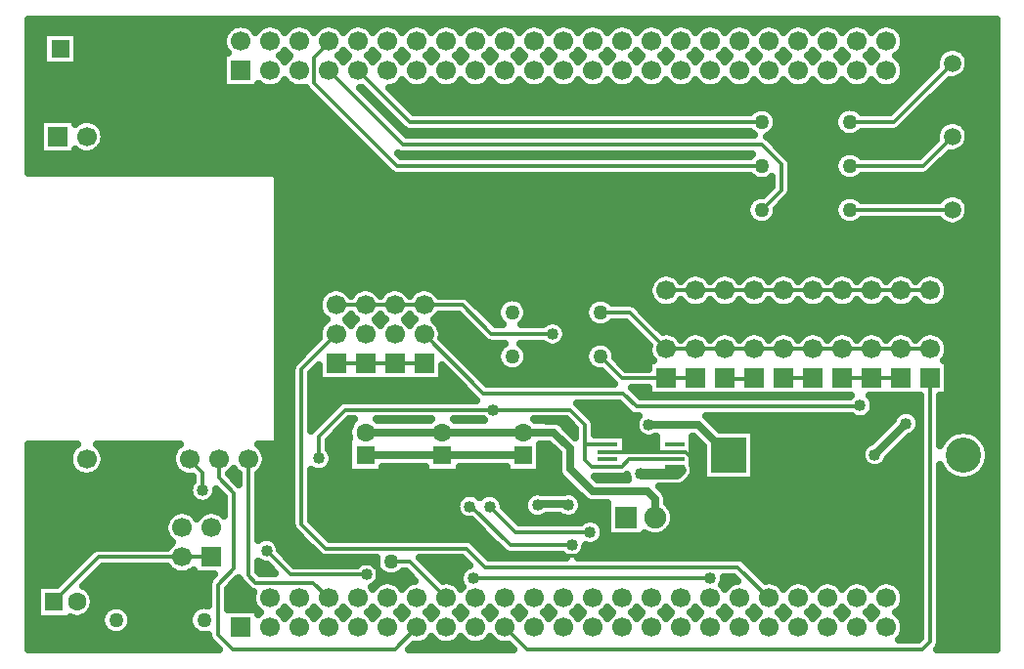
<source format=gbr>
G04 DipTrace 3.3.1.3*
G04 Top.gbr*
%MOIN*%
G04 #@! TF.FileFunction,Copper,L1,Top*
G04 #@! TF.Part,Single*
G04 #@! TA.AperFunction,Conductor*
%ADD14C,0.012992*%
%ADD15C,0.035433*%
%ADD16C,0.027559*%
G04 #@! TA.AperFunction,CopperBalancing*
%ADD17C,0.025*%
G04 #@! TA.AperFunction,ComponentPad*
%ADD22C,0.05*%
%ADD23C,0.05*%
%ADD24R,0.062992X0.062992*%
%ADD25C,0.062992*%
%ADD26C,0.12*%
%ADD27R,0.12X0.12*%
%ADD28C,0.059055*%
%ADD29R,0.059055X0.059055*%
%ADD30R,0.066929X0.066929*%
%ADD31C,0.066929*%
%ADD32R,0.074803X0.074803*%
%ADD33C,0.074803*%
%ADD34R,0.070866X0.015748*%
G04 #@! TA.AperFunction,ViaPad*
%ADD35C,0.04*%
%FSLAX26Y26*%
G04*
G70*
G90*
G75*
G01*
G04 Top*
%LPD*%
X3279213Y1275413D2*
D14*
Y1272228D1*
X2516928D1*
X2472264Y1316892D1*
X1995509D1*
X1793701Y1518701D1*
X2017277Y931106D2*
X2104626Y843757D1*
X2359348D1*
X1949495Y931315D2*
X1952825Y934646D1*
X2087873Y799598D1*
X2296610D1*
X2968701Y618701D2*
X2862756Y724646D1*
X2000142D1*
X1936598Y788189D1*
X1458465D1*
X1375280Y871374D1*
Y1400280D1*
X1493701Y1518701D1*
X2681201Y893701D2*
X2549709Y762209D1*
X2058862D1*
X1993394Y827677D1*
X1644689D1*
X2618701Y1568701D2*
X2718701D1*
X1644689Y827677D2*
X1487476D1*
Y828563D1*
X3418701Y1568701D2*
X3518701D1*
X3318701D2*
X3418701D1*
X3218701D2*
X3318701D1*
X3118701D2*
X3218701D1*
X3018701D2*
X3118701D1*
X2918701D2*
X3018701D1*
X2818701D2*
X2918701D1*
X2718701D2*
X2818701D1*
X2681201Y893701D2*
Y924043D1*
X2720168Y963010D1*
Y1081625D1*
X2683682Y1118110D1*
X2647047D1*
X2418701D2*
X2647047D1*
X2768701Y685157D2*
X1960654D1*
X1793701Y1418701D2*
X1693701D1*
X1593701D2*
X1493701D1*
X1693701D2*
X1593701D1*
X3518701Y1468701D2*
X3418701D1*
X2618701D2*
X2493701Y1593701D1*
X2393701D1*
X2718701Y1468701D2*
X2618701D1*
X2818701D2*
X2718701D1*
X2918701D2*
X2818701D1*
X3018701D2*
X2918701D1*
X3118701D2*
X3018701D1*
X3218701D2*
X3118701D1*
X3318701D2*
X3218701D1*
X3418701D2*
X3318701D1*
X3518701Y1368701D2*
Y469173D1*
X3492717Y443189D1*
X2144213D1*
X2068701Y518701D1*
X2918701Y1368701D2*
Y1366715D1*
X2818701D1*
Y1368701D1*
X3118701D2*
X3018701D1*
X2618701D2*
X2468701D1*
X2393701Y1443701D1*
X2718701Y1368701D2*
X2618701D1*
X3318701D2*
X3218701D1*
X3418701D2*
X3318701D1*
X1434554Y1095167D2*
Y1171484D1*
X1524642Y1261572D1*
X2027612D1*
X2290790D1*
X2342421Y1209941D1*
Y1143701D1*
Y1090424D1*
X2365916Y1066929D1*
X2418701D1*
X1468701Y618701D2*
X1415744Y671657D1*
X1219685D1*
X1193701Y697642D1*
Y1093701D1*
X2618701Y1668701D2*
X2718701D1*
X2342421Y1143701D2*
X2418701D1*
X3418701Y1668701D2*
X3518701D1*
X3318701D2*
X3418701D1*
X3218701D2*
X3318701D1*
X3118701D2*
X3218701D1*
X3018701D2*
X3118701D1*
X2918701D2*
X3018701D1*
X2818701D2*
X2918701D1*
X2718701D2*
X2818701D1*
X2418701Y1066929D2*
X2466929D1*
X2492520Y1092520D1*
X2647047D1*
X1068701Y758701D2*
X968701D1*
X683701D1*
X531201Y606201D1*
X1596487Y698601D2*
X1338139D1*
X1256605Y780135D1*
X1681201Y743701D2*
X1743701D1*
X1868701Y618701D1*
X3593701Y1943701D2*
X3243701D1*
X3593701Y2193701D2*
X3493701Y2093701D1*
X3243701D1*
X1468701Y2518701D2*
X1475219Y2512182D1*
Y2496745D1*
X1451615D1*
X1418089Y2463219D1*
Y2376722D1*
X1701110Y2093701D1*
X2943701D1*
X1468701Y2418701D2*
X1721908Y2165493D1*
X2945878D1*
X3011227Y2100144D1*
Y2011227D1*
X2943701Y1943701D1*
X1568701Y2418701D2*
X1743701Y2243701D1*
X2943701D1*
X3593701Y2443701D2*
X3393701Y2243701D1*
X3243701D1*
X1039122Y987479D2*
Y1046454D1*
X991875Y1093701D1*
X993701D1*
X1768701Y518701D2*
X1693189Y443189D1*
X1141732D1*
X1091131Y493790D1*
Y664978D1*
X1145197Y719043D1*
Y977244D1*
X1093701Y1028740D1*
Y1093701D1*
X2531201Y1043701D2*
D15*
X2656201D1*
X2668701Y1056201D1*
D14*
X2657776D1*
X2647047Y1066929D1*
X1593701Y1184941D2*
D16*
X1856201D1*
X2131201D1*
X2233695D1*
X2290031Y1128605D1*
Y1059940D1*
X2367280Y982691D1*
X2554710D1*
X2581201Y956201D1*
Y893701D1*
X3329563Y1108220D2*
X3435807Y1214464D1*
X1593701Y1106201D2*
X1856201D1*
X2131201D2*
Y1095469D1*
X1856201Y1106201D2*
X2131201D1*
X2180205Y935716D2*
X2184837Y940348D1*
X2281057D1*
X2285348Y936057D1*
X2559198Y1209907D2*
X2727495D1*
X2831201Y1106201D1*
X1493701Y1618701D2*
D14*
X1593701D1*
X1793701D2*
X1924929D1*
X2022934Y1520696D1*
X2231596D1*
X1693701Y1618701D2*
X1793701D1*
X1593701D2*
X1693701D1*
D35*
X2017277Y931106D3*
X2359348Y843757D3*
X1949495Y931315D3*
X2296610Y799598D3*
X1596487Y698601D3*
X1256605Y780135D3*
X3329563Y1108220D3*
X3435807Y1214464D3*
X2180205Y935716D3*
X2285348Y936057D3*
X2559198Y1209907D3*
X3279213Y1275413D3*
X1487476Y828563D3*
X1644689Y827677D3*
X1960654Y685157D3*
X2768701D3*
X1434554Y1095167D3*
X2027612Y1261572D3*
X1039122Y987479D3*
X2531201Y1043701D3*
X2231596Y1520696D3*
X446219Y2568832D2*
D17*
X1133317D1*
X1204093D2*
X1233326D1*
X1304102D2*
X1333300D1*
X1404075D2*
X1433309D1*
X1504085D2*
X1533318D1*
X1604094D2*
X1633327D1*
X1704103D2*
X1733301D1*
X1804076D2*
X1833310D1*
X1904086D2*
X1933319D1*
X2004095D2*
X2033328D1*
X2104104D2*
X2133302D1*
X2204077D2*
X2233311D1*
X2304087D2*
X2333320D1*
X2404096D2*
X2433329D1*
X2504105D2*
X2533303D1*
X2604078D2*
X2633312D1*
X2704088D2*
X2733321D1*
X2804097D2*
X2833294D1*
X2904106D2*
X2933304D1*
X3004079D2*
X3033313D1*
X3104089D2*
X3133322D1*
X3204098D2*
X3233296D1*
X3304107D2*
X3333305D1*
X3404080D2*
X3741200D1*
X446219Y2543963D2*
X493825D1*
X614803D2*
X1111822D1*
X3425575D2*
X3741200D1*
X446219Y2519094D2*
X493825D1*
X614803D2*
X1106260D1*
X3431173D2*
X3741200D1*
X446219Y2494226D2*
X493825D1*
X614803D2*
X1111464D1*
X3425934D2*
X3567018D1*
X3620390D2*
X3741200D1*
X446219Y2469357D2*
X493825D1*
X614803D2*
X1106260D1*
X1305250D2*
X1332151D1*
X1505269D2*
X1532134D1*
X1605242D2*
X1632143D1*
X1705251D2*
X1732152D1*
X1805261D2*
X1832126D1*
X1905270D2*
X1932135D1*
X2005243D2*
X2032144D1*
X2105252D2*
X2132153D1*
X2205262D2*
X2232127D1*
X2305271D2*
X2332136D1*
X2405244D2*
X2432145D1*
X2505253D2*
X2532154D1*
X2605263D2*
X2632128D1*
X2705272D2*
X2732137D1*
X2805245D2*
X2832146D1*
X2905254D2*
X2932155D1*
X3005264D2*
X3032129D1*
X3105273D2*
X3132138D1*
X3205246D2*
X3232147D1*
X3305255D2*
X3332156D1*
X3405265D2*
X3541397D1*
X3646012D2*
X3741200D1*
X446219Y2444488D2*
X493825D1*
X614803D2*
X1106260D1*
X3425324D2*
X3535189D1*
X3652220D2*
X3741200D1*
X446219Y2419619D2*
X1106260D1*
X3431137D2*
X3520477D1*
X3646765D2*
X3741200D1*
X446219Y2394751D2*
X1106260D1*
X3426149D2*
X3495609D1*
X3623440D2*
X3741200D1*
X446219Y2369882D2*
X1106260D1*
X1306004D2*
X1331398D1*
X1706005D2*
X1731399D1*
X1806014D2*
X1831408D1*
X1906023D2*
X1931381D1*
X2005997D2*
X2031391D1*
X2106006D2*
X2131400D1*
X2206015D2*
X2231409D1*
X2306024D2*
X2331382D1*
X2405998D2*
X2431392D1*
X2506007D2*
X2531401D1*
X2606016D2*
X2631410D1*
X2706025D2*
X2731383D1*
X2805999D2*
X2831393D1*
X2906008D2*
X2931402D1*
X3006017D2*
X3031411D1*
X3105991D2*
X3131384D1*
X3206000D2*
X3231394D1*
X3306009D2*
X3331403D1*
X3406018D2*
X3470741D1*
X3569040D2*
X3741200D1*
X446219Y2345013D2*
X1400654D1*
X1691544D2*
X3445873D1*
X3544172D2*
X3741200D1*
X446219Y2320144D2*
X1425522D1*
X1716411D2*
X3421006D1*
X3519305D2*
X3741200D1*
X446219Y2295276D2*
X1450390D1*
X1741279D2*
X3396138D1*
X3494437D2*
X3741200D1*
X446219Y2270407D2*
X1475257D1*
X2990228D2*
X3197160D1*
X3469569D2*
X3741200D1*
X446219Y2245538D2*
X481230D1*
X676344D2*
X1500125D1*
X2997656D2*
X3189732D1*
X3444701D2*
X3569961D1*
X3617448D2*
X3741200D1*
X446219Y2220669D2*
X481230D1*
X699741D2*
X1524993D1*
X2992238D2*
X3195151D1*
X3419834D2*
X3542115D1*
X3645294D2*
X3741200D1*
X446219Y2195801D2*
X481230D1*
X706128D2*
X1549861D1*
X2965109D2*
X3222315D1*
X3265101D2*
X3535225D1*
X3652184D2*
X3741200D1*
X446219Y2170932D2*
X481230D1*
X701678D2*
X1574728D1*
X2989582D2*
X3521768D1*
X3647375D2*
X3741200D1*
X446219Y2146063D2*
X481230D1*
X682624D2*
X1599596D1*
X3014450D2*
X3496901D1*
X3625665D2*
X3741200D1*
X446219Y2121194D2*
X1624464D1*
X3039138D2*
X3197663D1*
X3570332D2*
X3741200D1*
X446219Y2096325D2*
X1649332D1*
X3046710D2*
X3189768D1*
X3545464D2*
X3741200D1*
X446219Y2071457D2*
X1674199D1*
X3046710D2*
X3194756D1*
X3520596D2*
X3741200D1*
X1296207Y2046588D2*
X2920421D1*
X2966975D2*
X2975746D1*
X3046710D2*
X3220413D1*
X3266967D2*
X3741200D1*
X1296207Y2021719D2*
X2972561D1*
X3046710D2*
X3741200D1*
X1296207Y1996850D2*
X2947693D1*
X3043408D2*
X3573513D1*
X3613895D2*
X3741200D1*
X1296207Y1971982D2*
X2898173D1*
X3021124D2*
X3198165D1*
X3644540D2*
X3741200D1*
X1296207Y1947113D2*
X2889812D1*
X2997584D2*
X3189840D1*
X3652112D2*
X3741200D1*
X1296207Y1922244D2*
X2894405D1*
X2993027D2*
X3194397D1*
X3647949D2*
X3741200D1*
X1296207Y1897375D2*
X2918735D1*
X2968698D2*
X3218727D1*
X3268689D2*
X3559698D1*
X3627711D2*
X3741200D1*
X1296207Y1872507D2*
X3741200D1*
X1296207Y1847638D2*
X3741200D1*
X1296207Y1822769D2*
X3741200D1*
X1296207Y1797900D2*
X3741200D1*
X1296207Y1773031D2*
X3741200D1*
X1296207Y1748163D2*
X3741200D1*
X1296207Y1723294D2*
X2591399D1*
X2645991D2*
X2691408D1*
X2746000D2*
X2791418D1*
X2845974D2*
X2891427D1*
X2945983D2*
X2991400D1*
X3045992D2*
X3091409D1*
X3146001D2*
X3191419D1*
X3245975D2*
X3291428D1*
X3345984D2*
X3391401D1*
X3445993D2*
X3491410D1*
X3546002D2*
X3741200D1*
X1296207Y1698425D2*
X2564127D1*
X3573274D2*
X3741200D1*
X1296207Y1673556D2*
X1467004D1*
X1520412D2*
X1567013D1*
X1620385D2*
X1666987D1*
X1720394D2*
X1766996D1*
X1820404D2*
X2556448D1*
X3580954D2*
X3741200D1*
X1296207Y1648688D2*
X1439266D1*
X1941190D2*
X2559678D1*
X3577724D2*
X3741200D1*
X1296207Y1623819D2*
X1431479D1*
X1968964D2*
X2049440D1*
X2137979D2*
X2349432D1*
X2509667D2*
X2576435D1*
X2660955D2*
X2676445D1*
X2760964D2*
X2776454D1*
X2860937D2*
X2876463D1*
X2960947D2*
X2976436D1*
X3060956D2*
X3076446D1*
X3160965D2*
X3176455D1*
X3260938D2*
X3276464D1*
X3360948D2*
X3376438D1*
X3460957D2*
X3476447D1*
X3560966D2*
X3741200D1*
X1296207Y1598950D2*
X1434601D1*
X1993832D2*
X2039967D1*
X2147416D2*
X2339995D1*
X2537621D2*
X3741200D1*
X1296207Y1574081D2*
X1451143D1*
X1536237D2*
X1551152D1*
X1636246D2*
X1651162D1*
X1736255D2*
X1751135D1*
X1836264D2*
X1920401D1*
X2018700D2*
X2043591D1*
X2143792D2*
X2343583D1*
X2562489D2*
X3741200D1*
X1296207Y1549213D2*
X1439589D1*
X1847819D2*
X1945269D1*
X2270822D2*
X2365257D1*
X2422146D2*
X2489022D1*
X2587356D2*
X3741200D1*
X1296207Y1524344D2*
X1431515D1*
X1855893D2*
X1970136D1*
X2280439D2*
X2513889D1*
X2643515D2*
X2693884D1*
X2743524D2*
X2793858D1*
X2843534D2*
X2893867D1*
X2943543D2*
X2993876D1*
X3043516D2*
X3093885D1*
X3143525D2*
X3193859D1*
X3243535D2*
X3293868D1*
X3343544D2*
X3393877D1*
X3443517D2*
X3493886D1*
X3543526D2*
X3741200D1*
X1296207Y1499475D2*
X1425307D1*
X1862065D2*
X1995004D1*
X2275451D2*
X2538757D1*
X3572664D2*
X3741200D1*
X1296207Y1474606D2*
X1400439D1*
X1886933D2*
X2050014D1*
X2137405D2*
X2222976D1*
X2240213D2*
X2350006D1*
X2437396D2*
X2556520D1*
X3580882D2*
X3741200D1*
X1296207Y1449738D2*
X1375571D1*
X1911801D2*
X2040075D1*
X2147344D2*
X2340066D1*
X2447336D2*
X2559319D1*
X3578083D2*
X3741200D1*
X1296207Y1424869D2*
X1350703D1*
X1936668D2*
X2043268D1*
X2144115D2*
X2343260D1*
X2461690D2*
X2556233D1*
X3581169D2*
X3741200D1*
X1296207Y1400000D2*
X1339795D1*
X1961536D2*
X2063973D1*
X2123446D2*
X2363965D1*
X3581169D2*
X3741200D1*
X1296207Y1375131D2*
X1339795D1*
X1410786D2*
X1431228D1*
X1856144D2*
X1888105D1*
X1986440D2*
X2413127D1*
X3581169D2*
X3741200D1*
X1296207Y1350262D2*
X1339795D1*
X1410786D2*
X1912973D1*
X2011308D2*
X2437994D1*
X3581169D2*
X3741200D1*
X1296207Y1325394D2*
X1339795D1*
X1410786D2*
X1937840D1*
X2512933D2*
X2556233D1*
X3581169D2*
X3741200D1*
X1296207Y1300525D2*
X1339795D1*
X1410786D2*
X1962708D1*
X3320829D2*
X3483229D1*
X3554184D2*
X3741200D1*
X1296207Y1275656D2*
X1339795D1*
X1410786D2*
X1489575D1*
X2325868D2*
X2464333D1*
X3328221D2*
X3483229D1*
X3554184D2*
X3741200D1*
X1296207Y1250787D2*
X1339795D1*
X1410786D2*
X1464707D1*
X2350736D2*
X2489201D1*
X3321152D2*
X3404284D1*
X3467308D2*
X3483229D1*
X3554184D2*
X3741200D1*
X1296207Y1225919D2*
X1339795D1*
X1410786D2*
X1439840D1*
X1538139D2*
X1550184D1*
X1637215D2*
X1812676D1*
X1899744D2*
X1995255D1*
X2174724D2*
X2277305D1*
X2373774D2*
X2513064D1*
X2770940D2*
X3387813D1*
X3554184D2*
X3741200D1*
X1296207Y1201050D2*
X1339795D1*
X1513271D2*
X1535507D1*
X2277030D2*
X2302173D1*
X2377900D2*
X2511054D1*
X2795808D2*
X3362945D1*
X3554184D2*
X3741200D1*
X1296207Y1176181D2*
X1339795D1*
X1488403D2*
X1533892D1*
X2483113D2*
X2524690D1*
X2920182D2*
X3338077D1*
X3464689D2*
X3483229D1*
X3554184D2*
X3577855D1*
X3684515D2*
X3741200D1*
X1295203Y1151312D2*
X1339795D1*
X1470030D2*
X1533210D1*
X2483113D2*
X2582608D1*
X2711480D2*
X2726647D1*
X2920182D2*
X3309621D1*
X3432106D2*
X3483229D1*
X3707481D2*
X3741200D1*
X446219Y1126444D2*
X590963D1*
X696439D2*
X940978D1*
X1246436D2*
X1339795D1*
X1471466D2*
X1533210D1*
X2191697D2*
X2232737D1*
X2483113D2*
X2582608D1*
X2711480D2*
X2742220D1*
X2920182D2*
X3284287D1*
X3407238D2*
X3483229D1*
X3717780D2*
X3741200D1*
X446219Y1101575D2*
X581777D1*
X705626D2*
X931756D1*
X1255622D2*
X1339795D1*
X1483092D2*
X1533210D1*
X2191697D2*
X2247270D1*
X2711480D2*
X2742220D1*
X2920182D2*
X3281057D1*
X3382371D2*
X3483229D1*
X3720077D2*
X3741200D1*
X446219Y1076706D2*
X583715D1*
X703688D2*
X933693D1*
X1253685D2*
X1339795D1*
X1479719D2*
X1533210D1*
X2191697D2*
X2247270D1*
X2711480D2*
X2742220D1*
X2920182D2*
X3292899D1*
X3366259D2*
X3483229D1*
X3715017D2*
X3741200D1*
X446219Y1051837D2*
X598284D1*
X689119D2*
X948262D1*
X1139106D2*
X1148296D1*
X1239116D2*
X1339795D1*
X1453918D2*
X1533210D1*
X1654188D2*
X1795703D1*
X1916681D2*
X2070720D1*
X2191697D2*
X2248095D1*
X2715176D2*
X2742220D1*
X2920182D2*
X3483229D1*
X3700986D2*
X3741200D1*
X446219Y1026969D2*
X1003632D1*
X1144633D2*
X1158221D1*
X1229176D2*
X1339795D1*
X1410786D2*
X2263561D1*
X2382458D2*
X2485326D1*
X2704375D2*
X2742220D1*
X2920182D2*
X3483229D1*
X3554184D2*
X3594003D1*
X3668403D2*
X3741200D1*
X446219Y1002100D2*
X992472D1*
X1229176D2*
X1339795D1*
X1410786D2*
X2288429D1*
X2673658D2*
X3483229D1*
X3554184D2*
X3741200D1*
X446219Y977231D2*
X991287D1*
X1086967D2*
X1096069D1*
X1229176D2*
X1339795D1*
X1410786D2*
X1939706D1*
X1959288D2*
X2008927D1*
X2025603D2*
X2156770D1*
X2618037D2*
X3483229D1*
X3554184D2*
X3741200D1*
X446219Y952362D2*
X1006143D1*
X1072075D2*
X1109705D1*
X1229176D2*
X1339795D1*
X1410786D2*
X1905545D1*
X2061115D2*
X2134306D1*
X2623958D2*
X3483229D1*
X3554184D2*
X3741200D1*
X446219Y927493D2*
X1109705D1*
X1229176D2*
X1339795D1*
X1410786D2*
X1900664D1*
X2070050D2*
X2131938D1*
X2333548D2*
X2414813D1*
X2637917D2*
X3483229D1*
X3554184D2*
X3741200D1*
X446219Y902625D2*
X925404D1*
X1012005D2*
X1025377D1*
X1229176D2*
X1339795D1*
X1410786D2*
X1910425D1*
X2094918D2*
X2145036D1*
X2320163D2*
X2414813D1*
X2646960D2*
X3483229D1*
X3554184D2*
X3741200D1*
X446219Y877756D2*
X909364D1*
X1229176D2*
X1339795D1*
X1418034D2*
X1960555D1*
X2119785D2*
X2325139D1*
X2393546D2*
X2414813D1*
X2645561D2*
X3483229D1*
X3554184D2*
X3741200D1*
X446219Y852887D2*
X906529D1*
X1229176D2*
X1345464D1*
X1442902D2*
X1985423D1*
X2632858D2*
X3483229D1*
X3554184D2*
X3741200D1*
X446219Y828018D2*
X914675D1*
X1229176D2*
X1369471D1*
X1467770D2*
X2010291D1*
X2405603D2*
X3483229D1*
X3554184D2*
X3741200D1*
X446219Y803150D2*
X925978D1*
X1299509D2*
X1394339D1*
X1970794D2*
X2035158D1*
X2384503D2*
X3483229D1*
X3554184D2*
X3741200D1*
X446219Y778281D2*
X654120D1*
X1307619D2*
X1419206D1*
X1995662D2*
X2060026D1*
X2340437D2*
X3483229D1*
X3554184D2*
X3741200D1*
X446219Y753412D2*
X629252D1*
X1332486D2*
X1628124D1*
X1783156D2*
X1922231D1*
X2881391D2*
X3483229D1*
X3554184D2*
X3741200D1*
X446219Y728543D2*
X604384D1*
X1229176D2*
X1259055D1*
X1808024D2*
X1941429D1*
X2908017D2*
X3483229D1*
X3554184D2*
X3741200D1*
X446219Y703675D2*
X579516D1*
X677815D2*
X942377D1*
X994996D2*
X1006251D1*
X1716088D2*
X1734592D1*
X1832891D2*
X1915521D1*
X2932885D2*
X3483229D1*
X3554184D2*
X3741200D1*
X446219Y678806D2*
X554649D1*
X652948D2*
X1058678D1*
X1154106D2*
X1164104D1*
X1641054D2*
X1759460D1*
X1857759D2*
X1912112D1*
X2817266D2*
X2859454D1*
X2957753D2*
X3483229D1*
X3554184D2*
X3741200D1*
X446219Y653937D2*
X470716D1*
X645376D2*
X1055628D1*
X1129238D2*
X1188256D1*
X3419726D2*
X3483229D1*
X3554184D2*
X3741200D1*
X446219Y629068D2*
X470716D1*
X665722D2*
X1055628D1*
X1126619D2*
X1207131D1*
X3430240D2*
X3483229D1*
X3554184D2*
X3741200D1*
X446219Y604199D2*
X470716D1*
X670387D2*
X1055628D1*
X1126619D2*
X1208028D1*
X3429379D2*
X3483229D1*
X3554184D2*
X3741200D1*
X446219Y579331D2*
X470716D1*
X663820D2*
X704035D1*
X783387D2*
X1004026D1*
X1126619D2*
X1220982D1*
X3416425D2*
X3483229D1*
X3554184D2*
X3741200D1*
X446219Y554462D2*
X470716D1*
X638630D2*
X690829D1*
X796556D2*
X990857D1*
X3419331D2*
X3483229D1*
X3554184D2*
X3741200D1*
X446219Y529593D2*
X691690D1*
X795731D2*
X991682D1*
X3430168D2*
X3483229D1*
X3554184D2*
X3741200D1*
X446219Y504724D2*
X707551D1*
X779834D2*
X1007543D1*
X3429522D2*
X3483229D1*
X3554184D2*
X3741200D1*
X446219Y479856D2*
X1058714D1*
X3416855D2*
X3480215D1*
X3554184D2*
X3741200D1*
X446219Y454987D2*
X1080783D1*
X1754126D2*
X2083279D1*
X3550990D2*
X3741200D1*
X1124138Y578657D2*
X1224112D1*
X1220195Y583459D1*
X1215279Y591481D1*
X1211679Y600173D1*
X1209482Y609321D1*
X1208744Y618701D1*
X1209482Y628080D1*
X1211679Y637228D1*
X1212500Y639454D1*
X1207061Y641180D1*
X1202449Y643530D1*
X1198261Y646573D1*
X1170375Y674316D1*
X1167013Y678252D1*
X1164308Y682665D1*
X1162324Y687458D1*
X1155532Y682726D1*
X1124144Y651338D1*
X1124119Y578676D1*
X1228657Y574100D2*
Y563335D1*
X1235646Y568668D1*
X1228668Y574120D1*
X1301756Y568668D2*
X1307640Y564292D1*
X1314292Y557640D1*
X1318668Y551756D1*
X1323109Y557640D1*
X1329762Y564292D1*
X1335646Y568668D1*
X1329762Y573109D1*
X1323109Y579762D1*
X1318734Y585646D1*
X1314292Y579762D1*
X1307640Y573109D1*
X1301756Y568734D1*
X1401756Y568668D2*
X1407640Y564292D1*
X1414292Y557640D1*
X1418668Y551756D1*
X1423109Y557640D1*
X1429762Y564292D1*
X1435646Y568668D1*
X1429762Y573109D1*
X1423109Y579762D1*
X1418734Y585646D1*
X1414292Y579762D1*
X1407640Y573109D1*
X1401756Y568734D1*
X1501756Y568668D2*
X1507640Y564292D1*
X1514292Y557640D1*
X1518668Y551756D1*
X1523109Y557640D1*
X1529762Y564292D1*
X1535646Y568668D1*
X1529762Y573109D1*
X1523109Y579762D1*
X1518734Y585646D1*
X1514292Y579762D1*
X1507640Y573109D1*
X1501756Y568734D1*
X1601756Y568668D2*
X1607640Y564292D1*
X1614292Y557640D1*
X1618668Y551756D1*
X1623109Y557640D1*
X1629762Y564292D1*
X1635646Y568668D1*
X1629762Y573109D1*
X1623109Y579762D1*
X1618734Y585646D1*
X1614292Y579762D1*
X1607640Y573109D1*
X1601756Y568734D1*
X1615465Y656152D2*
X1618668Y651756D1*
X1623109Y657640D1*
X1629762Y664292D1*
X1637374Y669822D1*
X1645756Y674094D1*
X1654704Y677001D1*
X1663997Y678473D1*
X1673405D1*
X1682697Y677001D1*
X1691645Y674094D1*
X1700028Y669822D1*
X1707640Y664292D1*
X1714292Y657640D1*
X1718668Y651756D1*
X1723109Y657640D1*
X1729762Y664292D1*
X1737374Y669822D1*
X1745756Y674094D1*
X1754704Y677001D1*
X1762444Y678289D1*
X1730050Y710699D1*
X1720771Y710713D1*
X1714642Y704546D1*
X1708105Y699797D1*
X1700906Y696128D1*
X1693221Y693631D1*
X1685241Y692367D1*
X1677161D1*
X1669180Y693631D1*
X1661496Y696128D1*
X1654296Y699797D1*
X1647759Y704546D1*
X1642046Y710259D1*
X1641195Y711338D1*
X1642407Y705874D1*
X1642979Y698601D1*
X1642407Y691328D1*
X1640704Y684234D1*
X1637912Y677494D1*
X1634100Y671274D1*
X1629362Y665726D1*
X1623814Y660988D1*
X1617594Y657176D1*
X1615483Y656203D1*
X1701756Y568668D2*
X1707640Y564292D1*
X1714292Y557640D1*
X1718668Y551756D1*
X1723109Y557640D1*
X1729762Y564292D1*
X1735646Y568668D1*
X1729762Y573109D1*
X1723109Y579762D1*
X1718734Y585646D1*
X1714292Y579762D1*
X1707640Y573109D1*
X1701756Y568734D1*
X1818668Y485646D2*
X1814292Y479762D1*
X1807640Y473109D1*
X1800028Y467579D1*
X1791645Y463308D1*
X1782697Y460401D1*
X1773405Y458929D1*
X1763997D1*
X1756670Y460010D1*
X1740340Y443688D1*
X2097052Y443701D1*
X2080770Y459979D1*
X2073405Y458929D1*
X2063997D1*
X2054704Y460401D1*
X2045756Y463308D1*
X2037374Y467579D1*
X2029762Y473109D1*
X2023109Y479762D1*
X2018734Y485646D1*
X2014292Y479762D1*
X2007640Y473109D1*
X2000028Y467579D1*
X1991645Y463308D1*
X1982697Y460401D1*
X1973405Y458929D1*
X1963997D1*
X1954704Y460401D1*
X1945756Y463308D1*
X1937374Y467579D1*
X1929762Y473109D1*
X1923109Y479762D1*
X1918734Y485646D1*
X1914292Y479762D1*
X1907640Y473109D1*
X1900028Y467579D1*
X1891645Y463308D1*
X1882697Y460401D1*
X1873405Y458929D1*
X1863997D1*
X1854704Y460401D1*
X1845756Y463308D1*
X1837374Y467579D1*
X1829762Y473109D1*
X1823109Y479762D1*
X1818734Y485646D1*
X1801756Y568668D2*
X1807640Y564292D1*
X1814292Y557640D1*
X1818668Y551756D1*
X1823109Y557640D1*
X1829762Y564292D1*
X1835646Y568668D1*
X1829762Y573109D1*
X1823109Y579762D1*
X1818734Y585646D1*
X1814292Y579762D1*
X1807640Y573109D1*
X1801756Y568734D1*
X1901756Y568668D2*
X1907640Y564292D1*
X1914292Y557640D1*
X1918668Y551756D1*
X1923109Y557640D1*
X1929762Y564292D1*
X1935646Y568668D1*
X1929762Y573109D1*
X1923109Y579762D1*
X1918734Y585646D1*
X1914292Y579762D1*
X1907640Y573109D1*
X1901756Y568734D1*
X1856670Y677392D2*
X1863997Y678473D1*
X1873405D1*
X1882697Y677001D1*
X1891645Y674094D1*
X1900028Y669822D1*
X1907640Y664292D1*
X1914292Y657640D1*
X1918668Y651756D1*
X1923147Y657680D1*
X1919229Y664050D1*
X1916437Y670791D1*
X1914734Y677885D1*
X1914161Y685157D1*
X1914734Y692430D1*
X1916437Y699524D1*
X1919229Y706264D1*
X1923041Y712485D1*
X1927779Y718032D1*
X1933326Y722770D1*
X1939547Y726582D1*
X1946287Y729374D1*
X1948222Y729920D1*
X1922947Y755188D1*
X1778887Y755201D1*
X1856622Y677432D1*
X2001756Y568668D2*
X2007640Y564292D1*
X2014292Y557640D1*
X2018668Y551756D1*
X2023109Y557640D1*
X2029762Y564292D1*
X2035646Y568668D1*
X2029762Y573109D1*
X2023109Y579762D1*
X2018734Y585646D1*
X2014292Y579762D1*
X2007640Y573109D1*
X2001756Y568734D1*
X2101756Y568668D2*
X2107640Y564292D1*
X2114292Y557640D1*
X2118668Y551756D1*
X2123109Y557640D1*
X2129762Y564292D1*
X2135646Y568668D1*
X2129762Y573109D1*
X2123109Y579762D1*
X2118734Y585646D1*
X2114292Y579762D1*
X2107640Y573109D1*
X2101756Y568734D1*
X2201756Y568668D2*
X2207640Y564292D1*
X2214292Y557640D1*
X2218668Y551756D1*
X2223109Y557640D1*
X2229762Y564292D1*
X2235646Y568668D1*
X2229762Y573109D1*
X2223109Y579762D1*
X2218734Y585646D1*
X2214292Y579762D1*
X2207640Y573109D1*
X2201756Y568734D1*
X2301756Y568668D2*
X2307640Y564292D1*
X2314292Y557640D1*
X2318668Y551756D1*
X2323109Y557640D1*
X2329762Y564292D1*
X2335646Y568668D1*
X2329762Y573109D1*
X2323109Y579762D1*
X2318734Y585646D1*
X2314292Y579762D1*
X2307640Y573109D1*
X2301756Y568734D1*
X2401756Y568668D2*
X2407640Y564292D1*
X2414292Y557640D1*
X2418668Y551756D1*
X2423109Y557640D1*
X2429762Y564292D1*
X2435646Y568668D1*
X2429762Y573109D1*
X2423109Y579762D1*
X2418734Y585646D1*
X2414292Y579762D1*
X2407640Y573109D1*
X2401756Y568734D1*
X2501756Y568668D2*
X2507640Y564292D1*
X2514292Y557640D1*
X2518668Y551756D1*
X2523109Y557640D1*
X2529762Y564292D1*
X2535646Y568668D1*
X2529762Y573109D1*
X2523109Y579762D1*
X2518734Y585646D1*
X2514292Y579762D1*
X2507640Y573109D1*
X2501756Y568734D1*
X2601756Y568668D2*
X2607640Y564292D1*
X2614292Y557640D1*
X2618668Y551756D1*
X2623109Y557640D1*
X2629762Y564292D1*
X2635646Y568668D1*
X2629762Y573109D1*
X2623109Y579762D1*
X2618734Y585646D1*
X2614292Y579762D1*
X2607640Y573109D1*
X2601756Y568734D1*
X2701756Y568668D2*
X2707640Y564292D1*
X2714292Y557640D1*
X2718668Y551756D1*
X2723109Y557640D1*
X2729762Y564292D1*
X2735646Y568668D1*
X2729762Y573109D1*
X2723109Y579762D1*
X2718734Y585646D1*
X2714292Y579762D1*
X2707640Y573109D1*
X2701756Y568734D1*
X2801756Y568668D2*
X2807640Y564292D1*
X2814292Y557640D1*
X2818668Y551756D1*
X2823109Y557640D1*
X2829762Y564292D1*
X2835646Y568668D1*
X2829762Y573109D1*
X2823109Y579762D1*
X2818734Y585646D1*
X2814292Y579762D1*
X2807640Y573109D1*
X2801756Y568734D1*
X2809382Y662682D2*
X2814292Y657640D1*
X2818668Y651756D1*
X2823109Y657640D1*
X2829762Y664292D1*
X2837374Y669822D1*
X2845756Y674094D1*
X2854704Y677001D1*
X2862444Y678289D1*
X2849080Y691669D1*
X2814707Y691657D1*
X2815193Y685157D1*
X2814621Y677885D1*
X2812917Y670791D1*
X2810126Y664050D1*
X2809394Y662744D1*
X2901756Y568668D2*
X2907640Y564292D1*
X2914292Y557640D1*
X2918668Y551756D1*
X2923109Y557640D1*
X2929762Y564292D1*
X2935646Y568668D1*
X2929762Y573109D1*
X2923109Y579762D1*
X2918734Y585646D1*
X2914292Y579762D1*
X2907640Y573109D1*
X2901756Y568734D1*
X3001756Y568668D2*
X3007640Y564292D1*
X3014292Y557640D1*
X3018668Y551756D1*
X3023109Y557640D1*
X3029762Y564292D1*
X3035646Y568668D1*
X3029762Y573109D1*
X3023109Y579762D1*
X3018734Y585646D1*
X3014292Y579762D1*
X3007640Y573109D1*
X3001756Y568734D1*
X2956670Y677392D2*
X2963997Y678473D1*
X2973405D1*
X2982697Y677001D1*
X2991645Y674094D1*
X3000028Y669822D1*
X3007640Y664292D1*
X3014292Y657640D1*
X3018668Y651756D1*
X3023109Y657640D1*
X3029762Y664292D1*
X3037374Y669822D1*
X3045756Y674094D1*
X3054704Y677001D1*
X3063997Y678473D1*
X3073405D1*
X3082697Y677001D1*
X3091645Y674094D1*
X3100028Y669822D1*
X3107640Y664292D1*
X3114292Y657640D1*
X3118668Y651756D1*
X3123109Y657640D1*
X3129762Y664292D1*
X3137374Y669822D1*
X3145756Y674094D1*
X3154704Y677001D1*
X3163997Y678473D1*
X3173405D1*
X3182697Y677001D1*
X3191645Y674094D1*
X3200028Y669822D1*
X3207640Y664292D1*
X3214292Y657640D1*
X3218668Y651756D1*
X3223109Y657640D1*
X3229762Y664292D1*
X3237374Y669822D1*
X3245756Y674094D1*
X3254704Y677001D1*
X3263997Y678473D1*
X3273405D1*
X3282697Y677001D1*
X3291645Y674094D1*
X3300028Y669822D1*
X3307640Y664292D1*
X3314292Y657640D1*
X3318668Y651756D1*
X3323109Y657640D1*
X3329762Y664292D1*
X3337374Y669822D1*
X3345756Y674094D1*
X3354704Y677001D1*
X3363997Y678473D1*
X3373405D1*
X3382697Y677001D1*
X3391645Y674094D1*
X3400028Y669822D1*
X3407640Y664292D1*
X3414292Y657640D1*
X3419822Y650028D1*
X3424094Y641645D1*
X3427001Y632697D1*
X3428473Y623405D1*
Y613997D1*
X3427001Y604704D1*
X3424094Y595756D1*
X3419822Y587374D1*
X3414292Y579762D1*
X3407640Y573109D1*
X3401756Y568734D1*
X3407640Y564292D1*
X3414292Y557640D1*
X3419822Y550028D1*
X3424094Y541645D1*
X3427001Y532697D1*
X3428473Y523405D1*
Y513997D1*
X3427001Y504704D1*
X3424094Y495756D1*
X3419822Y487374D1*
X3414292Y479762D1*
X3410948Y476168D1*
X3479068Y476177D1*
X3485706Y482831D1*
X3485713Y1308756D1*
X3311590Y1308744D1*
X3316826Y1302741D1*
X3320637Y1296520D1*
X3323429Y1289780D1*
X3325132Y1282686D1*
X3325705Y1275413D1*
X3325132Y1268140D1*
X3323429Y1261047D1*
X3320637Y1254306D1*
X3316826Y1248086D1*
X3312087Y1242538D1*
X3306540Y1237800D1*
X3300320Y1233989D1*
X3293579Y1231197D1*
X3286486Y1229494D1*
X3279213Y1228921D1*
X3271940Y1229494D1*
X3264846Y1231197D1*
X3258106Y1233989D1*
X3251885Y1237800D1*
X3250060Y1239239D1*
X2755052Y1239240D1*
X2801670Y1192685D1*
X2917693Y1192693D1*
Y1019709D1*
X2744709D1*
Y1135722D1*
X2710795Y1169654D1*
X2708943Y1169635D1*
X2708973Y1074459D1*
X2710746Y1069862D1*
X2712365Y1063117D1*
X2712910Y1056201D1*
X2712365Y1049285D1*
X2710746Y1042540D1*
X2708971Y1038039D1*
X2708973Y1032563D1*
X2706066D1*
X2702317Y1027489D1*
X2687461Y1012440D1*
X2682186Y1007935D1*
X2676271Y1004310D1*
X2669862Y1001656D1*
X2663117Y1000036D1*
X2656187Y999493D1*
X2594875Y999492D1*
X2611824Y982355D1*
X2615538Y977243D1*
X2618407Y971612D1*
X2620360Y965602D1*
X2621348Y959360D1*
X2621472Y943318D1*
X2626380Y938880D1*
X2632892Y931257D1*
X2638130Y922708D1*
X2641967Y913445D1*
X2644308Y903696D1*
X2645094Y893701D1*
X2644308Y883706D1*
X2641967Y873957D1*
X2638130Y864694D1*
X2632892Y856145D1*
X2626380Y848521D1*
X2618757Y842010D1*
X2610208Y836771D1*
X2600945Y832934D1*
X2591196Y830594D1*
X2581201Y829807D1*
X2571206Y830594D1*
X2561457Y832934D1*
X2552194Y836771D1*
X2545095Y841041D1*
Y829807D1*
X2417307D1*
Y942448D1*
X2364120Y942544D1*
X2357879Y943532D1*
X2351869Y945485D1*
X2346238Y948354D1*
X2341125Y952069D1*
X2312821Y980198D1*
X2259409Y1033785D1*
X2255694Y1038898D1*
X2252825Y1044528D1*
X2250873Y1050539D1*
X2249884Y1056780D1*
X2249760Y1096685D1*
Y1111936D1*
X2217024Y1144660D1*
X2189163Y1144669D1*
X2189189Y1048213D1*
X2073213D1*
Y1065903D1*
X1914209Y1065929D1*
X1914189Y1048213D1*
X1798213D1*
Y1065903D1*
X1651697Y1065929D1*
X1651689Y1048213D1*
X1535713D1*
Y1164189D1*
X1539552D1*
X1537315Y1171404D1*
X1535891Y1180391D1*
Y1189491D1*
X1537315Y1198478D1*
X1540127Y1207132D1*
X1544258Y1215240D1*
X1549606Y1222601D1*
X1555557Y1228589D1*
X1538331Y1228584D1*
X1467558Y1157836D1*
X1467542Y1127957D1*
X1472167Y1122494D1*
X1475979Y1116274D1*
X1478770Y1109534D1*
X1480474Y1102440D1*
X1481046Y1095167D1*
X1480474Y1087894D1*
X1478770Y1080800D1*
X1475979Y1074060D1*
X1472167Y1067839D1*
X1467429Y1062292D1*
X1461881Y1057554D1*
X1455661Y1053742D1*
X1448921Y1050950D1*
X1441827Y1049247D1*
X1434554Y1048675D1*
X1427281Y1049247D1*
X1420187Y1050950D1*
X1413447Y1053742D1*
X1408258Y1056864D1*
X1408268Y885018D1*
X1472114Y821192D1*
X1939187Y821075D1*
X1944299Y820266D1*
X1949222Y818666D1*
X1953835Y816316D1*
X1958023Y813273D1*
X2005395Y766045D1*
X2013794Y757646D1*
X2276629Y757634D1*
X2272318Y759957D1*
X2266416Y764246D1*
X2263851Y766617D1*
X2085284Y766712D1*
X2080172Y767522D1*
X2075249Y769121D1*
X2070636Y771471D1*
X2066448Y774514D1*
X2019076Y821742D1*
X1955616Y885203D1*
X1949495Y884823D1*
X1942222Y885395D1*
X1935128Y887098D1*
X1928388Y889890D1*
X1922167Y893702D1*
X1916620Y898440D1*
X1911882Y903988D1*
X1908070Y910208D1*
X1905278Y916948D1*
X1903575Y924042D1*
X1903003Y931315D1*
X1903575Y938588D1*
X1905278Y945682D1*
X1908070Y952422D1*
X1911882Y958642D1*
X1916620Y964190D1*
X1922167Y968928D1*
X1928388Y972740D1*
X1935128Y975532D1*
X1942222Y977235D1*
X1949495Y977807D1*
X1956768Y977235D1*
X1963862Y975532D1*
X1970602Y972740D1*
X1976822Y968928D1*
X1982370Y964190D1*
X1983463Y963007D1*
X1987083Y966459D1*
X1992985Y970747D1*
X1999485Y974059D1*
X2006424Y976314D1*
X2013629Y977455D1*
X2020925D1*
X2028130Y976314D1*
X2035069Y974059D1*
X2041569Y970747D1*
X2047471Y966459D1*
X2052630Y961301D1*
X2056918Y955398D1*
X2060230Y948898D1*
X2062484Y941960D1*
X2063626Y934754D1*
X2063763Y931263D1*
X2118273Y876763D1*
X2326570Y876746D1*
X2332020Y881370D1*
X2338241Y885182D1*
X2344981Y887974D1*
X2352075Y889677D1*
X2359348Y890249D1*
X2366621Y889677D1*
X2373715Y887974D1*
X2380455Y885182D1*
X2386675Y881370D1*
X2392223Y876632D1*
X2396961Y871085D1*
X2400773Y864864D1*
X2403564Y858124D1*
X2405267Y851030D1*
X2405840Y843757D1*
X2405267Y836484D1*
X2403564Y829390D1*
X2400773Y822650D1*
X2396961Y816430D1*
X2392223Y810882D1*
X2386675Y806144D1*
X2380455Y802332D1*
X2373715Y799541D1*
X2366621Y797837D1*
X2359348Y797265D1*
X2352075Y797837D1*
X2344981Y799541D1*
X2343095Y800236D1*
X2342530Y792325D1*
X2340827Y785232D1*
X2338035Y778491D1*
X2334223Y772271D1*
X2329485Y766724D1*
X2323938Y761986D1*
X2317717Y758174D1*
X2316539Y757630D1*
X2865344Y757532D1*
X2870457Y756722D1*
X2875380Y755123D1*
X2879992Y752773D1*
X2884180Y749730D1*
X2931552Y702502D1*
X2956647Y677407D1*
X3101756Y568668D2*
X3107640Y564292D1*
X3114292Y557640D1*
X3118668Y551756D1*
X3123109Y557640D1*
X3129762Y564292D1*
X3135646Y568668D1*
X3129762Y573109D1*
X3123109Y579762D1*
X3118734Y585646D1*
X3114292Y579762D1*
X3107640Y573109D1*
X3101756Y568734D1*
X3201756Y568668D2*
X3207640Y564292D1*
X3214292Y557640D1*
X3218668Y551756D1*
X3223109Y557640D1*
X3229762Y564292D1*
X3235646Y568668D1*
X3229762Y573109D1*
X3223109Y579762D1*
X3218734Y585646D1*
X3214292Y579762D1*
X3207640Y573109D1*
X3201756Y568734D1*
X3301756Y568668D2*
X3307640Y564292D1*
X3314292Y557640D1*
X3318668Y551756D1*
X3323109Y557640D1*
X3329762Y564292D1*
X3335646Y568668D1*
X3329762Y573109D1*
X3323109Y579762D1*
X3318734Y585646D1*
X3314292Y579762D1*
X3307640Y573109D1*
X3301756Y568734D1*
X1117930Y2478657D2*
X1124067D1*
X1120195Y2483459D1*
X1115279Y2491481D1*
X1111679Y2500173D1*
X1109482Y2509321D1*
X1108744Y2518701D1*
X1109482Y2528080D1*
X1111679Y2537228D1*
X1115279Y2545921D1*
X1120195Y2553942D1*
X1126305Y2561097D1*
X1133459Y2567207D1*
X1141481Y2572123D1*
X1150173Y2575723D1*
X1159321Y2577919D1*
X1168701Y2578657D1*
X1178080Y2577919D1*
X1187228Y2575723D1*
X1195921Y2572123D1*
X1203942Y2567207D1*
X1211097Y2561097D1*
X1217207Y2553942D1*
X1218668Y2551756D1*
X1223109Y2557640D1*
X1229762Y2564292D1*
X1237374Y2569822D1*
X1245756Y2574094D1*
X1254704Y2577001D1*
X1263997Y2578473D1*
X1273405D1*
X1282697Y2577001D1*
X1291645Y2574094D1*
X1300028Y2569822D1*
X1307640Y2564292D1*
X1314292Y2557640D1*
X1318668Y2551756D1*
X1323109Y2557640D1*
X1329762Y2564292D1*
X1337374Y2569822D1*
X1345756Y2574094D1*
X1354704Y2577001D1*
X1363997Y2578473D1*
X1373405D1*
X1382697Y2577001D1*
X1391645Y2574094D1*
X1400028Y2569822D1*
X1407640Y2564292D1*
X1414292Y2557640D1*
X1418668Y2551756D1*
X1423109Y2557640D1*
X1429762Y2564292D1*
X1437374Y2569822D1*
X1445756Y2574094D1*
X1454704Y2577001D1*
X1463997Y2578473D1*
X1473405D1*
X1482697Y2577001D1*
X1491645Y2574094D1*
X1500028Y2569822D1*
X1507640Y2564292D1*
X1514292Y2557640D1*
X1518668Y2551756D1*
X1523109Y2557640D1*
X1529762Y2564292D1*
X1537374Y2569822D1*
X1545756Y2574094D1*
X1554704Y2577001D1*
X1563997Y2578473D1*
X1573405D1*
X1582697Y2577001D1*
X1591645Y2574094D1*
X1600028Y2569822D1*
X1607640Y2564292D1*
X1614292Y2557640D1*
X1618668Y2551756D1*
X1623109Y2557640D1*
X1629762Y2564292D1*
X1637374Y2569822D1*
X1645756Y2574094D1*
X1654704Y2577001D1*
X1663997Y2578473D1*
X1673405D1*
X1682697Y2577001D1*
X1691645Y2574094D1*
X1700028Y2569822D1*
X1707640Y2564292D1*
X1714292Y2557640D1*
X1718668Y2551756D1*
X1723109Y2557640D1*
X1729762Y2564292D1*
X1737374Y2569822D1*
X1745756Y2574094D1*
X1754704Y2577001D1*
X1763997Y2578473D1*
X1773405D1*
X1782697Y2577001D1*
X1791645Y2574094D1*
X1800028Y2569822D1*
X1807640Y2564292D1*
X1814292Y2557640D1*
X1818668Y2551756D1*
X1823109Y2557640D1*
X1829762Y2564292D1*
X1837374Y2569822D1*
X1845756Y2574094D1*
X1854704Y2577001D1*
X1863997Y2578473D1*
X1873405D1*
X1882697Y2577001D1*
X1891645Y2574094D1*
X1900028Y2569822D1*
X1907640Y2564292D1*
X1914292Y2557640D1*
X1918668Y2551756D1*
X1923109Y2557640D1*
X1929762Y2564292D1*
X1937374Y2569822D1*
X1945756Y2574094D1*
X1954704Y2577001D1*
X1963997Y2578473D1*
X1973405D1*
X1982697Y2577001D1*
X1991645Y2574094D1*
X2000028Y2569822D1*
X2007640Y2564292D1*
X2014292Y2557640D1*
X2018668Y2551756D1*
X2023109Y2557640D1*
X2029762Y2564292D1*
X2037374Y2569822D1*
X2045756Y2574094D1*
X2054704Y2577001D1*
X2063997Y2578473D1*
X2073405D1*
X2082697Y2577001D1*
X2091645Y2574094D1*
X2100028Y2569822D1*
X2107640Y2564292D1*
X2114292Y2557640D1*
X2118668Y2551756D1*
X2123109Y2557640D1*
X2129762Y2564292D1*
X2137374Y2569822D1*
X2145756Y2574094D1*
X2154704Y2577001D1*
X2163997Y2578473D1*
X2173405D1*
X2182697Y2577001D1*
X2191645Y2574094D1*
X2200028Y2569822D1*
X2207640Y2564292D1*
X2214292Y2557640D1*
X2218668Y2551756D1*
X2223109Y2557640D1*
X2229762Y2564292D1*
X2237374Y2569822D1*
X2245756Y2574094D1*
X2254704Y2577001D1*
X2263997Y2578473D1*
X2273405D1*
X2282697Y2577001D1*
X2291645Y2574094D1*
X2300028Y2569822D1*
X2307640Y2564292D1*
X2314292Y2557640D1*
X2318668Y2551756D1*
X2323109Y2557640D1*
X2329762Y2564292D1*
X2337374Y2569822D1*
X2345756Y2574094D1*
X2354704Y2577001D1*
X2363997Y2578473D1*
X2373405D1*
X2382697Y2577001D1*
X2391645Y2574094D1*
X2400028Y2569822D1*
X2407640Y2564292D1*
X2414292Y2557640D1*
X2418668Y2551756D1*
X2423109Y2557640D1*
X2429762Y2564292D1*
X2437374Y2569822D1*
X2445756Y2574094D1*
X2454704Y2577001D1*
X2463997Y2578473D1*
X2473405D1*
X2482697Y2577001D1*
X2491645Y2574094D1*
X2500028Y2569822D1*
X2507640Y2564292D1*
X2514292Y2557640D1*
X2518668Y2551756D1*
X2523109Y2557640D1*
X2529762Y2564292D1*
X2537374Y2569822D1*
X2545756Y2574094D1*
X2554704Y2577001D1*
X2563997Y2578473D1*
X2573405D1*
X2582697Y2577001D1*
X2591645Y2574094D1*
X2600028Y2569822D1*
X2607640Y2564292D1*
X2614292Y2557640D1*
X2618668Y2551756D1*
X2623109Y2557640D1*
X2629762Y2564292D1*
X2637374Y2569822D1*
X2645756Y2574094D1*
X2654704Y2577001D1*
X2663997Y2578473D1*
X2673405D1*
X2682697Y2577001D1*
X2691645Y2574094D1*
X2700028Y2569822D1*
X2707640Y2564292D1*
X2714292Y2557640D1*
X2718668Y2551756D1*
X2723109Y2557640D1*
X2729762Y2564292D1*
X2737374Y2569822D1*
X2745756Y2574094D1*
X2754704Y2577001D1*
X2763997Y2578473D1*
X2773405D1*
X2782697Y2577001D1*
X2791645Y2574094D1*
X2800028Y2569822D1*
X2807640Y2564292D1*
X2814292Y2557640D1*
X2818668Y2551756D1*
X2823109Y2557640D1*
X2829762Y2564292D1*
X2837374Y2569822D1*
X2845756Y2574094D1*
X2854704Y2577001D1*
X2863997Y2578473D1*
X2873405D1*
X2882697Y2577001D1*
X2891645Y2574094D1*
X2900028Y2569822D1*
X2907640Y2564292D1*
X2914292Y2557640D1*
X2918668Y2551756D1*
X2923109Y2557640D1*
X2929762Y2564292D1*
X2937374Y2569822D1*
X2945756Y2574094D1*
X2954704Y2577001D1*
X2963997Y2578473D1*
X2973405D1*
X2982697Y2577001D1*
X2991645Y2574094D1*
X3000028Y2569822D1*
X3007640Y2564292D1*
X3014292Y2557640D1*
X3018668Y2551756D1*
X3023109Y2557640D1*
X3029762Y2564292D1*
X3037374Y2569822D1*
X3045756Y2574094D1*
X3054704Y2577001D1*
X3063997Y2578473D1*
X3073405D1*
X3082697Y2577001D1*
X3091645Y2574094D1*
X3100028Y2569822D1*
X3107640Y2564292D1*
X3114292Y2557640D1*
X3118668Y2551756D1*
X3123109Y2557640D1*
X3129762Y2564292D1*
X3137374Y2569822D1*
X3145756Y2574094D1*
X3154704Y2577001D1*
X3163997Y2578473D1*
X3173405D1*
X3182697Y2577001D1*
X3191645Y2574094D1*
X3200028Y2569822D1*
X3207640Y2564292D1*
X3214292Y2557640D1*
X3218668Y2551756D1*
X3223109Y2557640D1*
X3229762Y2564292D1*
X3237374Y2569822D1*
X3245756Y2574094D1*
X3254704Y2577001D1*
X3263997Y2578473D1*
X3273405D1*
X3282697Y2577001D1*
X3291645Y2574094D1*
X3300028Y2569822D1*
X3307640Y2564292D1*
X3314292Y2557640D1*
X3318668Y2551756D1*
X3323109Y2557640D1*
X3329762Y2564292D1*
X3337374Y2569822D1*
X3345756Y2574094D1*
X3354704Y2577001D1*
X3363997Y2578473D1*
X3373405D1*
X3382697Y2577001D1*
X3391645Y2574094D1*
X3400028Y2569822D1*
X3407640Y2564292D1*
X3414292Y2557640D1*
X3419822Y2550028D1*
X3424094Y2541645D1*
X3427001Y2532697D1*
X3428473Y2523405D1*
Y2513997D1*
X3427001Y2504704D1*
X3424094Y2495756D1*
X3419822Y2487374D1*
X3414292Y2479762D1*
X3407640Y2473109D1*
X3401756Y2468734D1*
X3407640Y2464292D1*
X3414292Y2457640D1*
X3419822Y2450028D1*
X3424094Y2441645D1*
X3427001Y2432697D1*
X3428473Y2423405D1*
Y2413997D1*
X3427001Y2404704D1*
X3424094Y2395756D1*
X3419822Y2387374D1*
X3414292Y2379762D1*
X3407640Y2373109D1*
X3400028Y2367579D1*
X3391645Y2363308D1*
X3382697Y2360401D1*
X3373405Y2358929D1*
X3363997D1*
X3354704Y2360401D1*
X3345756Y2363308D1*
X3337374Y2367579D1*
X3329762Y2373109D1*
X3323109Y2379762D1*
X3318734Y2385646D1*
X3314292Y2379762D1*
X3307640Y2373109D1*
X3300028Y2367579D1*
X3291645Y2363308D1*
X3282697Y2360401D1*
X3273405Y2358929D1*
X3263997D1*
X3254704Y2360401D1*
X3245756Y2363308D1*
X3237374Y2367579D1*
X3229762Y2373109D1*
X3223109Y2379762D1*
X3218734Y2385646D1*
X3214292Y2379762D1*
X3207640Y2373109D1*
X3200028Y2367579D1*
X3191645Y2363308D1*
X3182697Y2360401D1*
X3173405Y2358929D1*
X3163997D1*
X3154704Y2360401D1*
X3145756Y2363308D1*
X3137374Y2367579D1*
X3129762Y2373109D1*
X3123109Y2379762D1*
X3118734Y2385646D1*
X3114292Y2379762D1*
X3107640Y2373109D1*
X3100028Y2367579D1*
X3091645Y2363308D1*
X3082697Y2360401D1*
X3073405Y2358929D1*
X3063997D1*
X3054704Y2360401D1*
X3045756Y2363308D1*
X3037374Y2367579D1*
X3029762Y2373109D1*
X3023109Y2379762D1*
X3018734Y2385646D1*
X3014292Y2379762D1*
X3007640Y2373109D1*
X3000028Y2367579D1*
X2991645Y2363308D1*
X2982697Y2360401D1*
X2973405Y2358929D1*
X2963997D1*
X2954704Y2360401D1*
X2945756Y2363308D1*
X2937374Y2367579D1*
X2929762Y2373109D1*
X2923109Y2379762D1*
X2918734Y2385646D1*
X2914292Y2379762D1*
X2907640Y2373109D1*
X2900028Y2367579D1*
X2891645Y2363308D1*
X2882697Y2360401D1*
X2873405Y2358929D1*
X2863997D1*
X2854704Y2360401D1*
X2845756Y2363308D1*
X2837374Y2367579D1*
X2829762Y2373109D1*
X2823109Y2379762D1*
X2818734Y2385646D1*
X2814292Y2379762D1*
X2807640Y2373109D1*
X2800028Y2367579D1*
X2791645Y2363308D1*
X2782697Y2360401D1*
X2773405Y2358929D1*
X2763997D1*
X2754704Y2360401D1*
X2745756Y2363308D1*
X2737374Y2367579D1*
X2729762Y2373109D1*
X2723109Y2379762D1*
X2718734Y2385646D1*
X2714292Y2379762D1*
X2707640Y2373109D1*
X2700028Y2367579D1*
X2691645Y2363308D1*
X2682697Y2360401D1*
X2673405Y2358929D1*
X2663997D1*
X2654704Y2360401D1*
X2645756Y2363308D1*
X2637374Y2367579D1*
X2629762Y2373109D1*
X2623109Y2379762D1*
X2618734Y2385646D1*
X2614292Y2379762D1*
X2607640Y2373109D1*
X2600028Y2367579D1*
X2591645Y2363308D1*
X2582697Y2360401D1*
X2573405Y2358929D1*
X2563997D1*
X2554704Y2360401D1*
X2545756Y2363308D1*
X2537374Y2367579D1*
X2529762Y2373109D1*
X2523109Y2379762D1*
X2518734Y2385646D1*
X2514292Y2379762D1*
X2507640Y2373109D1*
X2500028Y2367579D1*
X2491645Y2363308D1*
X2482697Y2360401D1*
X2473405Y2358929D1*
X2463997D1*
X2454704Y2360401D1*
X2445756Y2363308D1*
X2437374Y2367579D1*
X2429762Y2373109D1*
X2423109Y2379762D1*
X2418734Y2385646D1*
X2414292Y2379762D1*
X2407640Y2373109D1*
X2400028Y2367579D1*
X2391645Y2363308D1*
X2382697Y2360401D1*
X2373405Y2358929D1*
X2363997D1*
X2354704Y2360401D1*
X2345756Y2363308D1*
X2337374Y2367579D1*
X2329762Y2373109D1*
X2323109Y2379762D1*
X2318734Y2385646D1*
X2314292Y2379762D1*
X2307640Y2373109D1*
X2300028Y2367579D1*
X2291645Y2363308D1*
X2282697Y2360401D1*
X2273405Y2358929D1*
X2263997D1*
X2254704Y2360401D1*
X2245756Y2363308D1*
X2237374Y2367579D1*
X2229762Y2373109D1*
X2223109Y2379762D1*
X2218734Y2385646D1*
X2214292Y2379762D1*
X2207640Y2373109D1*
X2200028Y2367579D1*
X2191645Y2363308D1*
X2182697Y2360401D1*
X2173405Y2358929D1*
X2163997D1*
X2154704Y2360401D1*
X2145756Y2363308D1*
X2137374Y2367579D1*
X2129762Y2373109D1*
X2123109Y2379762D1*
X2118734Y2385646D1*
X2114292Y2379762D1*
X2107640Y2373109D1*
X2100028Y2367579D1*
X2091645Y2363308D1*
X2082697Y2360401D1*
X2073405Y2358929D1*
X2063997D1*
X2054704Y2360401D1*
X2045756Y2363308D1*
X2037374Y2367579D1*
X2029762Y2373109D1*
X2023109Y2379762D1*
X2018734Y2385646D1*
X2014292Y2379762D1*
X2007640Y2373109D1*
X2000028Y2367579D1*
X1991645Y2363308D1*
X1982697Y2360401D1*
X1973405Y2358929D1*
X1963997D1*
X1954704Y2360401D1*
X1945756Y2363308D1*
X1937374Y2367579D1*
X1929762Y2373109D1*
X1923109Y2379762D1*
X1918734Y2385646D1*
X1914292Y2379762D1*
X1907640Y2373109D1*
X1900028Y2367579D1*
X1891645Y2363308D1*
X1882697Y2360401D1*
X1873405Y2358929D1*
X1863997D1*
X1854704Y2360401D1*
X1845756Y2363308D1*
X1837374Y2367579D1*
X1829762Y2373109D1*
X1823109Y2379762D1*
X1818734Y2385646D1*
X1814292Y2379762D1*
X1807640Y2373109D1*
X1800028Y2367579D1*
X1791645Y2363308D1*
X1782697Y2360401D1*
X1773405Y2358929D1*
X1763997D1*
X1754704Y2360401D1*
X1745756Y2363308D1*
X1737374Y2367579D1*
X1729762Y2373109D1*
X1723109Y2379762D1*
X1718734Y2385646D1*
X1714292Y2379762D1*
X1707640Y2373109D1*
X1700028Y2367579D1*
X1691645Y2363308D1*
X1682697Y2360401D1*
X1674957Y2359113D1*
X1757389Y2276665D1*
X2904159Y2276689D1*
X2910259Y2282856D1*
X2916796Y2287605D1*
X2923996Y2291273D1*
X2931680Y2293770D1*
X2939661Y2295034D1*
X2947741D1*
X2955721Y2293770D1*
X2963406Y2291273D1*
X2970605Y2287605D1*
X2977142Y2282856D1*
X2982856Y2277142D1*
X2987605Y2270605D1*
X2991273Y2263406D1*
X2993770Y2255721D1*
X2995034Y2247741D1*
Y2239661D1*
X2993770Y2231680D1*
X2991273Y2223996D1*
X2987605Y2216796D1*
X2982856Y2210259D1*
X2977142Y2204546D1*
X2970605Y2199797D1*
X2963406Y2196128D1*
X2960517Y2195062D1*
X2965268Y2192182D1*
X2969204Y2188820D1*
X3036312Y2121569D1*
X3039354Y2117381D1*
X3041704Y2112768D1*
X3043304Y2107845D1*
X3044114Y2102733D1*
X3044215Y2035840D1*
X3044114Y2008639D1*
X3043304Y2003526D1*
X3041704Y1998603D1*
X3039354Y1993991D1*
X3036312Y1989803D1*
X2994995Y1948343D1*
X2995034Y1939661D1*
X2993770Y1931680D1*
X2991273Y1923996D1*
X2987605Y1916796D1*
X2982856Y1910259D1*
X2977142Y1904546D1*
X2970605Y1899797D1*
X2963406Y1896128D1*
X2955721Y1893631D1*
X2947741Y1892367D1*
X2939661D1*
X2931680Y1893631D1*
X2923996Y1896128D1*
X2916796Y1899797D1*
X2910259Y1904546D1*
X2904546Y1910259D1*
X2899797Y1916796D1*
X2896128Y1923996D1*
X2893631Y1931680D1*
X2892367Y1939661D1*
Y1947741D1*
X2893631Y1955721D1*
X2896128Y1963406D1*
X2899797Y1970605D1*
X2904546Y1977142D1*
X2910259Y1982856D1*
X2916796Y1987605D1*
X2923996Y1991273D1*
X2931680Y1993770D1*
X2939661Y1995034D1*
X2948321Y1994965D1*
X2978252Y2024905D1*
X2978239Y2055544D1*
X2973967Y2052043D1*
X2967078Y2047821D1*
X2959613Y2044729D1*
X2951756Y2042843D1*
X2943701Y2042209D1*
X2935646Y2042843D1*
X2927789Y2044729D1*
X2920324Y2047821D1*
X2913434Y2052043D1*
X2907290Y2057290D1*
X2904184Y2060718D1*
X1698522Y2060814D1*
X1693409Y2061624D1*
X1688486Y2063224D1*
X1683874Y2065574D1*
X1679686Y2068616D1*
X1632314Y2115845D1*
X1393005Y2355298D1*
X1389962Y2359485D1*
X1388692Y2361755D1*
X1387228Y2361679D1*
X1378080Y2359482D1*
X1368701Y2358744D1*
X1359321Y2359482D1*
X1350173Y2361679D1*
X1341481Y2365279D1*
X1333459Y2370195D1*
X1326305Y2376305D1*
X1320195Y2383459D1*
X1318734Y2385646D1*
X1314292Y2379762D1*
X1307640Y2373109D1*
X1300028Y2367579D1*
X1291645Y2363308D1*
X1282697Y2360401D1*
X1273405Y2358929D1*
X1263997D1*
X1254704Y2360401D1*
X1245756Y2363308D1*
X1237374Y2367579D1*
X1229762Y2373109D1*
X1228668Y2374120D1*
X1228658Y2358744D1*
X1108744D1*
Y2478657D1*
X1117930D1*
X1301756Y2468668D2*
X1307640Y2464292D1*
X1314292Y2457640D1*
X1318668Y2451756D1*
X1323109Y2457640D1*
X1329762Y2464292D1*
X1335646Y2468668D1*
X1329762Y2473109D1*
X1323109Y2479762D1*
X1318734Y2485646D1*
X1314292Y2479762D1*
X1307640Y2473109D1*
X1301756Y2468734D1*
X1501756Y2468668D2*
X1507640Y2464292D1*
X1514292Y2457640D1*
X1518668Y2451756D1*
X1523109Y2457640D1*
X1529762Y2464292D1*
X1535646Y2468668D1*
X1529762Y2473109D1*
X1523109Y2479762D1*
X1518734Y2485646D1*
X1514292Y2479762D1*
X1507640Y2473109D1*
X1501756Y2468734D1*
X1580731Y2360010D2*
X1574957Y2359113D1*
X1735592Y2198462D1*
X2919040Y2198482D1*
X2913434Y2202043D1*
X2907290Y2207290D1*
X2904184Y2210718D1*
X1741113Y2210814D1*
X1736000Y2211624D1*
X1731077Y2213224D1*
X1726464Y2215574D1*
X1722277Y2218616D1*
X1674904Y2265845D1*
X1580792Y2359957D1*
X1601756Y2468668D2*
X1607640Y2464292D1*
X1614292Y2457640D1*
X1618668Y2451756D1*
X1623109Y2457640D1*
X1629762Y2464292D1*
X1635646Y2468668D1*
X1629762Y2473109D1*
X1623109Y2479762D1*
X1618734Y2485646D1*
X1614292Y2479762D1*
X1607640Y2473109D1*
X1601756Y2468734D1*
X1701756Y2468668D2*
X1707640Y2464292D1*
X1714292Y2457640D1*
X1718668Y2451756D1*
X1723109Y2457640D1*
X1729762Y2464292D1*
X1735646Y2468668D1*
X1729762Y2473109D1*
X1723109Y2479762D1*
X1718734Y2485646D1*
X1714292Y2479762D1*
X1707640Y2473109D1*
X1701756Y2468734D1*
X1801756Y2468668D2*
X1807640Y2464292D1*
X1814292Y2457640D1*
X1818668Y2451756D1*
X1823109Y2457640D1*
X1829762Y2464292D1*
X1835646Y2468668D1*
X1829762Y2473109D1*
X1823109Y2479762D1*
X1818734Y2485646D1*
X1814292Y2479762D1*
X1807640Y2473109D1*
X1801756Y2468734D1*
X1901756Y2468668D2*
X1907640Y2464292D1*
X1914292Y2457640D1*
X1918668Y2451756D1*
X1923109Y2457640D1*
X1929762Y2464292D1*
X1935646Y2468668D1*
X1929762Y2473109D1*
X1923109Y2479762D1*
X1918734Y2485646D1*
X1914292Y2479762D1*
X1907640Y2473109D1*
X1901756Y2468734D1*
X2001756Y2468668D2*
X2007640Y2464292D1*
X2014292Y2457640D1*
X2018668Y2451756D1*
X2023109Y2457640D1*
X2029762Y2464292D1*
X2035646Y2468668D1*
X2029762Y2473109D1*
X2023109Y2479762D1*
X2018734Y2485646D1*
X2014292Y2479762D1*
X2007640Y2473109D1*
X2001756Y2468734D1*
X2101756Y2468668D2*
X2107640Y2464292D1*
X2114292Y2457640D1*
X2118668Y2451756D1*
X2123109Y2457640D1*
X2129762Y2464292D1*
X2135646Y2468668D1*
X2129762Y2473109D1*
X2123109Y2479762D1*
X2118734Y2485646D1*
X2114292Y2479762D1*
X2107640Y2473109D1*
X2101756Y2468734D1*
X2201756Y2468668D2*
X2207640Y2464292D1*
X2214292Y2457640D1*
X2218668Y2451756D1*
X2223109Y2457640D1*
X2229762Y2464292D1*
X2235646Y2468668D1*
X2229762Y2473109D1*
X2223109Y2479762D1*
X2218734Y2485646D1*
X2214292Y2479762D1*
X2207640Y2473109D1*
X2201756Y2468734D1*
X2301756Y2468668D2*
X2307640Y2464292D1*
X2314292Y2457640D1*
X2318668Y2451756D1*
X2323109Y2457640D1*
X2329762Y2464292D1*
X2335646Y2468668D1*
X2329762Y2473109D1*
X2323109Y2479762D1*
X2318734Y2485646D1*
X2314292Y2479762D1*
X2307640Y2473109D1*
X2301756Y2468734D1*
X2401756Y2468668D2*
X2407640Y2464292D1*
X2414292Y2457640D1*
X2418668Y2451756D1*
X2423109Y2457640D1*
X2429762Y2464292D1*
X2435646Y2468668D1*
X2429762Y2473109D1*
X2423109Y2479762D1*
X2418734Y2485646D1*
X2414292Y2479762D1*
X2407640Y2473109D1*
X2401756Y2468734D1*
X2501756Y2468668D2*
X2507640Y2464292D1*
X2514292Y2457640D1*
X2518668Y2451756D1*
X2523109Y2457640D1*
X2529762Y2464292D1*
X2535646Y2468668D1*
X2529762Y2473109D1*
X2523109Y2479762D1*
X2518734Y2485646D1*
X2514292Y2479762D1*
X2507640Y2473109D1*
X2501756Y2468734D1*
X2601756Y2468668D2*
X2607640Y2464292D1*
X2614292Y2457640D1*
X2618668Y2451756D1*
X2623109Y2457640D1*
X2629762Y2464292D1*
X2635646Y2468668D1*
X2629762Y2473109D1*
X2623109Y2479762D1*
X2618734Y2485646D1*
X2614292Y2479762D1*
X2607640Y2473109D1*
X2601756Y2468734D1*
X2701756Y2468668D2*
X2707640Y2464292D1*
X2714292Y2457640D1*
X2718668Y2451756D1*
X2723109Y2457640D1*
X2729762Y2464292D1*
X2735646Y2468668D1*
X2729762Y2473109D1*
X2723109Y2479762D1*
X2718734Y2485646D1*
X2714292Y2479762D1*
X2707640Y2473109D1*
X2701756Y2468734D1*
X2801756Y2468668D2*
X2807640Y2464292D1*
X2814292Y2457640D1*
X2818668Y2451756D1*
X2823109Y2457640D1*
X2829762Y2464292D1*
X2835646Y2468668D1*
X2829762Y2473109D1*
X2823109Y2479762D1*
X2818734Y2485646D1*
X2814292Y2479762D1*
X2807640Y2473109D1*
X2801756Y2468734D1*
X2901756Y2468668D2*
X2907640Y2464292D1*
X2914292Y2457640D1*
X2918668Y2451756D1*
X2923109Y2457640D1*
X2929762Y2464292D1*
X2935646Y2468668D1*
X2929762Y2473109D1*
X2923109Y2479762D1*
X2918734Y2485646D1*
X2914292Y2479762D1*
X2907640Y2473109D1*
X2901756Y2468734D1*
X3001756Y2468668D2*
X3007640Y2464292D1*
X3014292Y2457640D1*
X3018668Y2451756D1*
X3023109Y2457640D1*
X3029762Y2464292D1*
X3035646Y2468668D1*
X3029762Y2473109D1*
X3023109Y2479762D1*
X3018734Y2485646D1*
X3014292Y2479762D1*
X3007640Y2473109D1*
X3001756Y2468734D1*
X3101756Y2468668D2*
X3107640Y2464292D1*
X3114292Y2457640D1*
X3118668Y2451756D1*
X3123109Y2457640D1*
X3129762Y2464292D1*
X3135646Y2468668D1*
X3129762Y2473109D1*
X3123109Y2479762D1*
X3118734Y2485646D1*
X3114292Y2479762D1*
X3107640Y2473109D1*
X3101756Y2468734D1*
X3201756Y2468668D2*
X3207640Y2464292D1*
X3214292Y2457640D1*
X3218668Y2451756D1*
X3223109Y2457640D1*
X3229762Y2464292D1*
X3235646Y2468668D1*
X3229762Y2473109D1*
X3223109Y2479762D1*
X3218734Y2485646D1*
X3214292Y2479762D1*
X3207640Y2473109D1*
X3201756Y2468734D1*
X3301756Y2468668D2*
X3307640Y2464292D1*
X3314292Y2457640D1*
X3318668Y2451756D1*
X3323109Y2457640D1*
X3329762Y2464292D1*
X3335646Y2468668D1*
X3329762Y2473109D1*
X3323109Y2479762D1*
X3318734Y2485646D1*
X3314292Y2479762D1*
X3307640Y2473109D1*
X3301756Y2468734D1*
X505529Y2551689D2*
X612319D1*
Y2435713D1*
X496343D1*
Y2551689D1*
X505529D1*
X3246828Y1308744D2*
X2558744D1*
Y1335693D1*
X2500104Y1335713D1*
X2530581Y1305228D1*
X3243547Y1305217D1*
X3246830Y1308743D1*
X3168734Y1501756D2*
X3173109Y1507640D1*
X3179762Y1514292D1*
X3187374Y1519822D1*
X3195756Y1524094D1*
X3204704Y1527001D1*
X3213997Y1528473D1*
X3223405D1*
X3232697Y1527001D1*
X3241645Y1524094D1*
X3250028Y1519822D1*
X3257640Y1514292D1*
X3264292Y1507640D1*
X3268668Y1501756D1*
X3273109Y1507640D1*
X3279762Y1514292D1*
X3287374Y1519822D1*
X3295756Y1524094D1*
X3304704Y1527001D1*
X3313997Y1528473D1*
X3323405D1*
X3332697Y1527001D1*
X3341645Y1524094D1*
X3350028Y1519822D1*
X3357640Y1514292D1*
X3364292Y1507640D1*
X3368668Y1501756D1*
X3373109Y1507640D1*
X3379762Y1514292D1*
X3387374Y1519822D1*
X3395756Y1524094D1*
X3404704Y1527001D1*
X3413997Y1528473D1*
X3423405D1*
X3432697Y1527001D1*
X3441645Y1524094D1*
X3450028Y1519822D1*
X3457640Y1514292D1*
X3464292Y1507640D1*
X3468668Y1501756D1*
X3473109Y1507640D1*
X3479762Y1514292D1*
X3487374Y1519822D1*
X3495756Y1524094D1*
X3504704Y1527001D1*
X3513997Y1528473D1*
X3523405D1*
X3532697Y1527001D1*
X3541645Y1524094D1*
X3550028Y1519822D1*
X3557640Y1514292D1*
X3564292Y1507640D1*
X3569822Y1500028D1*
X3574094Y1491645D1*
X3577001Y1482697D1*
X3578473Y1473405D1*
Y1463997D1*
X3577001Y1454704D1*
X3574094Y1445756D1*
X3569822Y1437374D1*
X3564292Y1429762D1*
X3563281Y1428668D1*
X3578658Y1428657D1*
Y1308744D1*
X3551709D1*
X3551689Y1140226D1*
X3554136Y1145467D1*
X3557454Y1151393D1*
X3561227Y1157040D1*
X3565432Y1162373D1*
X3570042Y1167360D1*
X3575029Y1171970D1*
X3580362Y1176174D1*
X3586009Y1179947D1*
X3591934Y1183266D1*
X3598102Y1186109D1*
X3604473Y1188460D1*
X3611010Y1190303D1*
X3617670Y1191628D1*
X3624415Y1192426D1*
X3631201Y1192693D1*
X3637987Y1192426D1*
X3644731Y1191628D1*
X3651392Y1190303D1*
X3657928Y1188460D1*
X3664300Y1186109D1*
X3670467Y1183266D1*
X3676393Y1179947D1*
X3682040Y1176174D1*
X3687373Y1171970D1*
X3692360Y1167360D1*
X3696970Y1162373D1*
X3701174Y1157040D1*
X3704947Y1151393D1*
X3708266Y1145467D1*
X3711109Y1139300D1*
X3713460Y1132928D1*
X3715303Y1126392D1*
X3716628Y1119731D1*
X3717426Y1112987D1*
X3717693Y1106201D1*
X3717426Y1099415D1*
X3716628Y1092670D1*
X3715303Y1086010D1*
X3713460Y1079473D1*
X3711109Y1073102D1*
X3708266Y1066934D1*
X3704947Y1061009D1*
X3701174Y1055362D1*
X3696970Y1050029D1*
X3692360Y1045042D1*
X3687373Y1040432D1*
X3682040Y1036227D1*
X3676393Y1032454D1*
X3670467Y1029136D1*
X3664300Y1026292D1*
X3657928Y1023942D1*
X3651392Y1022098D1*
X3644731Y1020774D1*
X3637987Y1019975D1*
X3631201Y1019709D1*
X3624415Y1019975D1*
X3617670Y1020774D1*
X3611010Y1022098D1*
X3604473Y1023942D1*
X3598102Y1026292D1*
X3591934Y1029136D1*
X3586009Y1032454D1*
X3580362Y1036227D1*
X3575029Y1040432D1*
X3570042Y1045042D1*
X3565432Y1050029D1*
X3561227Y1055362D1*
X3557454Y1061009D1*
X3554136Y1066934D1*
X3551681Y1072258D1*
X3551587Y466585D1*
X3550778Y461472D1*
X3549178Y456549D1*
X3546828Y451937D1*
X3543785Y447749D1*
X3539870Y443690D1*
X3743706Y443701D1*
X3743701Y2593690D1*
X443696Y2593701D1*
X443701Y2068692D1*
X1283156Y2068547D1*
X1285984Y2067749D1*
X1288548Y2066314D1*
X1290706Y2064319D1*
X1292338Y2061876D1*
X1293355Y2059119D1*
X1293701Y2056201D1*
X1293547Y1154245D1*
X1292749Y1151417D1*
X1291314Y1148853D1*
X1289319Y1146696D1*
X1286876Y1145063D1*
X1284119Y1144046D1*
X1281201Y1143701D1*
X1226764D1*
X1232640Y1139292D1*
X1239292Y1132640D1*
X1244822Y1125028D1*
X1249094Y1116645D1*
X1252001Y1107697D1*
X1253473Y1098405D1*
Y1088997D1*
X1252001Y1079704D1*
X1249094Y1070756D1*
X1244822Y1062374D1*
X1239292Y1054762D1*
X1232640Y1048109D1*
X1226695Y1043693D1*
X1226689Y815706D1*
X1232313Y819776D1*
X1238813Y823088D1*
X1245752Y825343D1*
X1252957Y826484D1*
X1260253D1*
X1267458Y825343D1*
X1274397Y823088D1*
X1280897Y819776D1*
X1286799Y815488D1*
X1291958Y810329D1*
X1296246Y804427D1*
X1299558Y797927D1*
X1301813Y790989D1*
X1302954Y783783D1*
X1303091Y780292D1*
X1351816Y731577D1*
X1563743Y731589D1*
X1569159Y736214D1*
X1575380Y740026D1*
X1582120Y742818D1*
X1589214Y744521D1*
X1596487Y745093D1*
X1603760Y744521D1*
X1610854Y742818D1*
X1617594Y740026D1*
X1623814Y736214D1*
X1629362Y731476D1*
X1631955Y728650D1*
X1630343Y735646D1*
X1629709Y743701D1*
X1630343Y751756D1*
X1631030Y755210D1*
X1455876Y755302D1*
X1450764Y756112D1*
X1445841Y757712D1*
X1441228Y760062D1*
X1437040Y763105D1*
X1389668Y810333D1*
X1350195Y849950D1*
X1347152Y854138D1*
X1344802Y858750D1*
X1343203Y863673D1*
X1342393Y868786D1*
X1342291Y935678D1*
X1342393Y1402868D1*
X1343203Y1407980D1*
X1344802Y1412904D1*
X1347152Y1417516D1*
X1350195Y1421704D1*
X1397423Y1469076D1*
X1434952Y1506604D1*
X1433929Y1513997D1*
Y1523405D1*
X1435401Y1532697D1*
X1438308Y1541645D1*
X1442579Y1550028D1*
X1448109Y1557640D1*
X1454762Y1564292D1*
X1460646Y1568668D1*
X1454762Y1573109D1*
X1448109Y1579762D1*
X1442579Y1587374D1*
X1438308Y1595756D1*
X1435401Y1604704D1*
X1433929Y1613997D1*
Y1623405D1*
X1435401Y1632697D1*
X1438308Y1641645D1*
X1442579Y1650028D1*
X1448109Y1657640D1*
X1454762Y1664292D1*
X1462374Y1669822D1*
X1470756Y1674094D1*
X1479704Y1677001D1*
X1488997Y1678473D1*
X1498405D1*
X1507697Y1677001D1*
X1516645Y1674094D1*
X1525028Y1669822D1*
X1532640Y1664292D1*
X1539292Y1657640D1*
X1543668Y1651756D1*
X1548109Y1657640D1*
X1554762Y1664292D1*
X1562374Y1669822D1*
X1570756Y1674094D1*
X1579704Y1677001D1*
X1588997Y1678473D1*
X1598405D1*
X1607697Y1677001D1*
X1616645Y1674094D1*
X1625028Y1669822D1*
X1632640Y1664292D1*
X1639292Y1657640D1*
X1643668Y1651756D1*
X1648109Y1657640D1*
X1654762Y1664292D1*
X1662374Y1669822D1*
X1670756Y1674094D1*
X1679704Y1677001D1*
X1688997Y1678473D1*
X1698405D1*
X1707697Y1677001D1*
X1716645Y1674094D1*
X1725028Y1669822D1*
X1732640Y1664292D1*
X1739292Y1657640D1*
X1743668Y1651756D1*
X1748109Y1657640D1*
X1754762Y1664292D1*
X1762374Y1669822D1*
X1770756Y1674094D1*
X1779704Y1677001D1*
X1788997Y1678473D1*
X1798405D1*
X1807697Y1677001D1*
X1816645Y1674094D1*
X1825028Y1669822D1*
X1832640Y1664292D1*
X1839292Y1657640D1*
X1843709Y1651695D1*
X1927517Y1651587D1*
X1932630Y1650778D1*
X1937553Y1649178D1*
X1942165Y1646828D1*
X1946353Y1643785D1*
X1993726Y1596557D1*
X2036582Y1553700D1*
X2061295Y1553684D1*
X2057290Y1557290D1*
X2052043Y1563434D1*
X2047821Y1570324D1*
X2044729Y1577789D1*
X2042843Y1585646D1*
X2042209Y1593701D1*
X2042843Y1601756D1*
X2044729Y1609613D1*
X2047821Y1617078D1*
X2052043Y1623967D1*
X2057290Y1630111D1*
X2063434Y1635359D1*
X2070324Y1639581D1*
X2077789Y1642673D1*
X2085646Y1644559D1*
X2093701Y1645193D1*
X2101756Y1644559D1*
X2109613Y1642673D1*
X2117078Y1639581D1*
X2123967Y1635359D1*
X2130111Y1630111D1*
X2135359Y1623967D1*
X2139581Y1617078D1*
X2142673Y1609613D1*
X2144559Y1601756D1*
X2145193Y1593701D1*
X2144559Y1585646D1*
X2142673Y1577789D1*
X2139581Y1570324D1*
X2135359Y1563434D1*
X2130111Y1557290D1*
X2126038Y1553676D1*
X2198803Y1553684D1*
X2204268Y1558308D1*
X2210489Y1562120D1*
X2217229Y1564912D1*
X2224323Y1566615D1*
X2231596Y1567188D1*
X2238869Y1566615D1*
X2245963Y1564912D1*
X2252703Y1562120D1*
X2258923Y1558308D1*
X2264471Y1553570D1*
X2269209Y1548023D1*
X2273021Y1541803D1*
X2275812Y1535062D1*
X2277516Y1527969D1*
X2278088Y1520696D1*
X2277516Y1513423D1*
X2275812Y1506329D1*
X2273021Y1499589D1*
X2269209Y1493368D1*
X2264471Y1487821D1*
X2258923Y1483083D1*
X2252703Y1479271D1*
X2245963Y1476479D1*
X2238869Y1474776D1*
X2231596Y1474203D1*
X2224323Y1474776D1*
X2217229Y1476479D1*
X2210489Y1479271D1*
X2204268Y1483083D1*
X2198836Y1487714D1*
X2120605Y1487605D1*
X2127142Y1482856D1*
X2132856Y1477142D1*
X2137605Y1470605D1*
X2141273Y1463406D1*
X2143770Y1455721D1*
X2145034Y1447741D1*
Y1439661D1*
X2143770Y1431680D1*
X2141273Y1423996D1*
X2137605Y1416796D1*
X2132856Y1410259D1*
X2127142Y1404546D1*
X2120605Y1399797D1*
X2113406Y1396128D1*
X2105721Y1393631D1*
X2097741Y1392367D1*
X2089661D1*
X2081680Y1393631D1*
X2073996Y1396128D1*
X2066796Y1399797D1*
X2060259Y1404546D1*
X2054546Y1410259D1*
X2049797Y1416796D1*
X2046128Y1423996D1*
X2043631Y1431680D1*
X2042367Y1439661D1*
Y1447741D1*
X2043631Y1455721D1*
X2046128Y1463406D1*
X2049797Y1470605D1*
X2054546Y1477142D1*
X2060259Y1482856D1*
X2066975Y1487705D1*
X2020346Y1487809D1*
X2015233Y1488619D1*
X2010310Y1490218D1*
X2005698Y1492568D1*
X2001510Y1495611D1*
X1954138Y1542839D1*
X1911281Y1585696D1*
X1843795Y1585712D1*
X1839292Y1579762D1*
X1832640Y1573109D1*
X1826756Y1568734D1*
X1832640Y1564292D1*
X1839292Y1557640D1*
X1844822Y1550028D1*
X1849094Y1541645D1*
X1852001Y1532697D1*
X1853473Y1523405D1*
Y1513997D1*
X1852392Y1506670D1*
X2009184Y1349870D1*
X2440868Y1349881D1*
X2398357Y1392392D1*
X2389661Y1392367D1*
X2381680Y1393631D1*
X2373996Y1396128D1*
X2366796Y1399797D1*
X2360259Y1404546D1*
X2354546Y1410259D1*
X2349797Y1416796D1*
X2346128Y1423996D1*
X2343631Y1431680D1*
X2342367Y1439661D1*
Y1447741D1*
X2343631Y1455721D1*
X2346128Y1463406D1*
X2349797Y1470605D1*
X2354546Y1477142D1*
X2360259Y1482856D1*
X2366796Y1487605D1*
X2373996Y1491273D1*
X2381680Y1493770D1*
X2389661Y1495034D1*
X2397741D1*
X2405721Y1493770D1*
X2413406Y1491273D1*
X2420605Y1487605D1*
X2427142Y1482856D1*
X2432856Y1477142D1*
X2437605Y1470605D1*
X2441273Y1463406D1*
X2443770Y1455721D1*
X2445034Y1447741D1*
X2444965Y1439080D1*
X2482365Y1401689D1*
X2558734D1*
X2558744Y1428657D1*
X2574067D1*
X2570195Y1433459D1*
X2565279Y1441481D1*
X2561679Y1450173D1*
X2559482Y1459321D1*
X2558744Y1468701D1*
X2559482Y1478080D1*
X2560010Y1480731D1*
X2480050Y1560699D1*
X2433236Y1560712D1*
X2427142Y1554546D1*
X2420605Y1549797D1*
X2413406Y1546128D1*
X2405721Y1543631D1*
X2397741Y1542367D1*
X2389661D1*
X2381680Y1543631D1*
X2373996Y1546128D1*
X2366796Y1549797D1*
X2360259Y1554546D1*
X2354546Y1560259D1*
X2349797Y1566796D1*
X2346128Y1573996D1*
X2343631Y1581680D1*
X2342367Y1589661D1*
Y1597741D1*
X2343631Y1605721D1*
X2346128Y1613406D1*
X2349797Y1620605D1*
X2354546Y1627142D1*
X2360259Y1632856D1*
X2366796Y1637605D1*
X2373996Y1641273D1*
X2381680Y1643770D1*
X2389661Y1645034D1*
X2397741D1*
X2405721Y1643770D1*
X2413406Y1641273D1*
X2420605Y1637605D1*
X2427142Y1632856D1*
X2433217Y1626683D1*
X2496289Y1626587D1*
X2501402Y1625778D1*
X2506325Y1624178D1*
X2510937Y1621828D1*
X2515125Y1618785D1*
X2562497Y1571557D1*
X2606622Y1527432D1*
X2613997Y1528473D1*
X2623405D1*
X2632697Y1527001D1*
X2641645Y1524094D1*
X2650028Y1519822D1*
X2657640Y1514292D1*
X2664292Y1507640D1*
X2668668Y1501756D1*
X2673109Y1507640D1*
X2679762Y1514292D1*
X2687374Y1519822D1*
X2695756Y1524094D1*
X2704704Y1527001D1*
X2713997Y1528473D1*
X2723405D1*
X2732697Y1527001D1*
X2741645Y1524094D1*
X2750028Y1519822D1*
X2757640Y1514292D1*
X2764292Y1507640D1*
X2768668Y1501756D1*
X2773109Y1507640D1*
X2779762Y1514292D1*
X2787374Y1519822D1*
X2795756Y1524094D1*
X2804704Y1527001D1*
X2813997Y1528473D1*
X2823405D1*
X2832697Y1527001D1*
X2841645Y1524094D1*
X2850028Y1519822D1*
X2857640Y1514292D1*
X2864292Y1507640D1*
X2868668Y1501756D1*
X2873109Y1507640D1*
X2879762Y1514292D1*
X2887374Y1519822D1*
X2895756Y1524094D1*
X2904704Y1527001D1*
X2913997Y1528473D1*
X2923405D1*
X2932697Y1527001D1*
X2941645Y1524094D1*
X2950028Y1519822D1*
X2957640Y1514292D1*
X2964292Y1507640D1*
X2968668Y1501756D1*
X2973109Y1507640D1*
X2979762Y1514292D1*
X2987374Y1519822D1*
X2995756Y1524094D1*
X3004704Y1527001D1*
X3013997Y1528473D1*
X3023405D1*
X3032697Y1527001D1*
X3041645Y1524094D1*
X3050028Y1519822D1*
X3057640Y1514292D1*
X3064292Y1507640D1*
X3068668Y1501756D1*
X3073109Y1507640D1*
X3079762Y1514292D1*
X3087374Y1519822D1*
X3095756Y1524094D1*
X3104704Y1527001D1*
X3113997Y1528473D1*
X3123405D1*
X3132697Y1527001D1*
X3141645Y1524094D1*
X3150028Y1519822D1*
X3157640Y1514292D1*
X3164292Y1507640D1*
X3168668Y1501756D1*
X3268668Y1635646D2*
X3264292Y1629762D1*
X3257640Y1623109D1*
X3250028Y1617579D1*
X3241645Y1613308D1*
X3232697Y1610401D1*
X3223405Y1608929D1*
X3213997D1*
X3204704Y1610401D1*
X3195756Y1613308D1*
X3187374Y1617579D1*
X3179762Y1623109D1*
X3173109Y1629762D1*
X3168734Y1635646D1*
X3164292Y1629762D1*
X3157640Y1623109D1*
X3150028Y1617579D1*
X3141645Y1613308D1*
X3132697Y1610401D1*
X3123405Y1608929D1*
X3113997D1*
X3104704Y1610401D1*
X3095756Y1613308D1*
X3087374Y1617579D1*
X3079762Y1623109D1*
X3073109Y1629762D1*
X3068734Y1635646D1*
X3064292Y1629762D1*
X3057640Y1623109D1*
X3050028Y1617579D1*
X3041645Y1613308D1*
X3032697Y1610401D1*
X3023405Y1608929D1*
X3013997D1*
X3004704Y1610401D1*
X2995756Y1613308D1*
X2987374Y1617579D1*
X2979762Y1623109D1*
X2973109Y1629762D1*
X2968734Y1635646D1*
X2964292Y1629762D1*
X2957640Y1623109D1*
X2950028Y1617579D1*
X2941645Y1613308D1*
X2932697Y1610401D1*
X2923405Y1608929D1*
X2913997D1*
X2904704Y1610401D1*
X2895756Y1613308D1*
X2887374Y1617579D1*
X2879762Y1623109D1*
X2873109Y1629762D1*
X2868734Y1635646D1*
X2864292Y1629762D1*
X2857640Y1623109D1*
X2850028Y1617579D1*
X2841645Y1613308D1*
X2832697Y1610401D1*
X2823405Y1608929D1*
X2813997D1*
X2804704Y1610401D1*
X2795756Y1613308D1*
X2787374Y1617579D1*
X2779762Y1623109D1*
X2773109Y1629762D1*
X2768734Y1635646D1*
X2764292Y1629762D1*
X2757640Y1623109D1*
X2750028Y1617579D1*
X2741645Y1613308D1*
X2732697Y1610401D1*
X2723405Y1608929D1*
X2713997D1*
X2704704Y1610401D1*
X2695756Y1613308D1*
X2687374Y1617579D1*
X2679762Y1623109D1*
X2673109Y1629762D1*
X2668734Y1635646D1*
X2664292Y1629762D1*
X2657640Y1623109D1*
X2650028Y1617579D1*
X2641645Y1613308D1*
X2632697Y1610401D1*
X2623405Y1608929D1*
X2613997D1*
X2604704Y1610401D1*
X2595756Y1613308D1*
X2587374Y1617579D1*
X2579762Y1623109D1*
X2573109Y1629762D1*
X2567579Y1637374D1*
X2563308Y1645756D1*
X2560401Y1654704D1*
X2558929Y1663997D1*
Y1673405D1*
X2560401Y1682697D1*
X2563308Y1691645D1*
X2567579Y1700028D1*
X2573109Y1707640D1*
X2579762Y1714292D1*
X2587374Y1719822D1*
X2595756Y1724094D1*
X2604704Y1727001D1*
X2613997Y1728473D1*
X2623405D1*
X2632697Y1727001D1*
X2641645Y1724094D1*
X2650028Y1719822D1*
X2657640Y1714292D1*
X2664292Y1707640D1*
X2668668Y1701756D1*
X2673109Y1707640D1*
X2679762Y1714292D1*
X2687374Y1719822D1*
X2695756Y1724094D1*
X2704704Y1727001D1*
X2713997Y1728473D1*
X2723405D1*
X2732697Y1727001D1*
X2741645Y1724094D1*
X2750028Y1719822D1*
X2757640Y1714292D1*
X2764292Y1707640D1*
X2768668Y1701756D1*
X2773109Y1707640D1*
X2779762Y1714292D1*
X2787374Y1719822D1*
X2795756Y1724094D1*
X2804704Y1727001D1*
X2813997Y1728473D1*
X2823405D1*
X2832697Y1727001D1*
X2841645Y1724094D1*
X2850028Y1719822D1*
X2857640Y1714292D1*
X2864292Y1707640D1*
X2868668Y1701756D1*
X2873109Y1707640D1*
X2879762Y1714292D1*
X2887374Y1719822D1*
X2895756Y1724094D1*
X2904704Y1727001D1*
X2913997Y1728473D1*
X2923405D1*
X2932697Y1727001D1*
X2941645Y1724094D1*
X2950028Y1719822D1*
X2957640Y1714292D1*
X2964292Y1707640D1*
X2968668Y1701756D1*
X2973109Y1707640D1*
X2979762Y1714292D1*
X2987374Y1719822D1*
X2995756Y1724094D1*
X3004704Y1727001D1*
X3013997Y1728473D1*
X3023405D1*
X3032697Y1727001D1*
X3041645Y1724094D1*
X3050028Y1719822D1*
X3057640Y1714292D1*
X3064292Y1707640D1*
X3068668Y1701756D1*
X3073109Y1707640D1*
X3079762Y1714292D1*
X3087374Y1719822D1*
X3095756Y1724094D1*
X3104704Y1727001D1*
X3113997Y1728473D1*
X3123405D1*
X3132697Y1727001D1*
X3141645Y1724094D1*
X3150028Y1719822D1*
X3157640Y1714292D1*
X3164292Y1707640D1*
X3168668Y1701756D1*
X3173109Y1707640D1*
X3179762Y1714292D1*
X3187374Y1719822D1*
X3195756Y1724094D1*
X3204704Y1727001D1*
X3213997Y1728473D1*
X3223405D1*
X3232697Y1727001D1*
X3241645Y1724094D1*
X3250028Y1719822D1*
X3257640Y1714292D1*
X3264292Y1707640D1*
X3268668Y1701756D1*
X3273109Y1707640D1*
X3279762Y1714292D1*
X3287374Y1719822D1*
X3295756Y1724094D1*
X3304704Y1727001D1*
X3313997Y1728473D1*
X3323405D1*
X3332697Y1727001D1*
X3341645Y1724094D1*
X3350028Y1719822D1*
X3357640Y1714292D1*
X3364292Y1707640D1*
X3368668Y1701756D1*
X3373109Y1707640D1*
X3379762Y1714292D1*
X3387374Y1719822D1*
X3395756Y1724094D1*
X3404704Y1727001D1*
X3413997Y1728473D1*
X3423405D1*
X3432697Y1727001D1*
X3441645Y1724094D1*
X3450028Y1719822D1*
X3457640Y1714292D1*
X3464292Y1707640D1*
X3468668Y1701756D1*
X3473109Y1707640D1*
X3479762Y1714292D1*
X3487374Y1719822D1*
X3495756Y1724094D1*
X3504704Y1727001D1*
X3513997Y1728473D1*
X3523405D1*
X3532697Y1727001D1*
X3541645Y1724094D1*
X3550028Y1719822D1*
X3557640Y1714292D1*
X3564292Y1707640D1*
X3569822Y1700028D1*
X3574094Y1691645D1*
X3577001Y1682697D1*
X3578473Y1673405D1*
Y1663997D1*
X3577001Y1654704D1*
X3574094Y1645756D1*
X3569822Y1637374D1*
X3564292Y1629762D1*
X3557640Y1623109D1*
X3550028Y1617579D1*
X3541645Y1613308D1*
X3532697Y1610401D1*
X3523405Y1608929D1*
X3513997D1*
X3504704Y1610401D1*
X3495756Y1613308D1*
X3487374Y1617579D1*
X3479762Y1623109D1*
X3473109Y1629762D1*
X3468734Y1635646D1*
X3464292Y1629762D1*
X3457640Y1623109D1*
X3450028Y1617579D1*
X3441645Y1613308D1*
X3432697Y1610401D1*
X3423405Y1608929D1*
X3413997D1*
X3404704Y1610401D1*
X3395756Y1613308D1*
X3387374Y1617579D1*
X3379762Y1623109D1*
X3373109Y1629762D1*
X3368734Y1635646D1*
X3364292Y1629762D1*
X3357640Y1623109D1*
X3350028Y1617579D1*
X3341645Y1613308D1*
X3332697Y1610401D1*
X3323405Y1608929D1*
X3313997D1*
X3304704Y1610401D1*
X3295756Y1613308D1*
X3287374Y1617579D1*
X3279762Y1623109D1*
X3273109Y1629762D1*
X3268734Y1635646D1*
X492931Y2253657D2*
X603658D1*
Y2238335D1*
X608459Y2242207D1*
X616481Y2247123D1*
X625173Y2250723D1*
X634321Y2252919D1*
X643701Y2253657D1*
X653080Y2252919D1*
X662228Y2250723D1*
X670921Y2247123D1*
X678942Y2242207D1*
X686097Y2236097D1*
X692207Y2228942D1*
X697123Y2220921D1*
X700723Y2212228D1*
X702919Y2203080D1*
X703657Y2193701D1*
X702919Y2184321D1*
X700723Y2175173D1*
X697123Y2166481D1*
X692207Y2158459D1*
X686097Y2151305D1*
X678942Y2145195D1*
X670921Y2140279D1*
X662228Y2136679D1*
X653080Y2134482D1*
X643701Y2133744D1*
X634321Y2134482D1*
X625173Y2136679D1*
X616481Y2140279D1*
X608459Y2145195D1*
X603668Y2149120D1*
X603658Y2133744D1*
X483744D1*
Y2253657D1*
X492931D1*
X1733742Y1358744D2*
X1433744D1*
Y1412104D1*
X1408249Y1386596D1*
X1408268Y1191398D1*
X1411228Y1194811D1*
X1503218Y1286657D1*
X1507405Y1289699D1*
X1512018Y1292049D1*
X1516941Y1293649D1*
X1522053Y1294459D1*
X1588946Y1294560D1*
X1971220D1*
X1853661Y1412088D1*
X1853658Y1358744D1*
X1733744Y1358780D1*
X1643734Y1551756D2*
X1648109Y1557640D1*
X1654762Y1564292D1*
X1660646Y1568668D1*
X1654762Y1573109D1*
X1648109Y1579762D1*
X1643734Y1585646D1*
X1639292Y1579762D1*
X1632640Y1573109D1*
X1626756Y1568734D1*
X1632640Y1564292D1*
X1639292Y1557640D1*
X1643668Y1551756D1*
X1726756Y1568668D2*
X1732640Y1564292D1*
X1739292Y1557640D1*
X1743668Y1551756D1*
X1748109Y1557640D1*
X1754762Y1564292D1*
X1760646Y1568668D1*
X1754762Y1573109D1*
X1748109Y1579762D1*
X1743734Y1585646D1*
X1739292Y1579762D1*
X1732640Y1573109D1*
X1726756Y1568734D1*
X1543734Y1551756D2*
X1548109Y1557640D1*
X1554762Y1564292D1*
X1560646Y1568668D1*
X1554762Y1573109D1*
X1548109Y1579762D1*
X1543734Y1585646D1*
X1539292Y1579762D1*
X1532640Y1573109D1*
X1526756Y1568734D1*
X1532640Y1564292D1*
X1539292Y1557640D1*
X1543668Y1551756D1*
X703473Y1088997D2*
X702001Y1079704D1*
X699094Y1070756D1*
X694822Y1062374D1*
X689292Y1054762D1*
X682640Y1048109D1*
X675028Y1042579D1*
X666645Y1038308D1*
X657697Y1035401D1*
X648405Y1033929D1*
X638997D1*
X629704Y1035401D1*
X620756Y1038308D1*
X612374Y1042579D1*
X604762Y1048109D1*
X598109Y1054762D1*
X592579Y1062374D1*
X588308Y1070756D1*
X585401Y1079704D1*
X583929Y1088997D1*
Y1098405D1*
X585401Y1107697D1*
X588308Y1116645D1*
X592579Y1125028D1*
X598109Y1132640D1*
X604762Y1139292D1*
X610597Y1143701D1*
X443700D1*
X443701Y443720D1*
X1094592Y443701D1*
X1066047Y472366D1*
X1063004Y476554D1*
X1060654Y481166D1*
X1059054Y486089D1*
X1058245Y491202D1*
X1058143Y494257D1*
X1051756Y492843D1*
X1043701Y492209D1*
X1035646Y492843D1*
X1027789Y494729D1*
X1020324Y497821D1*
X1013434Y502043D1*
X1007290Y507290D1*
X1002043Y513434D1*
X997821Y520324D1*
X994729Y527789D1*
X992843Y535646D1*
X992209Y543701D1*
X992843Y551756D1*
X994729Y559613D1*
X997821Y567078D1*
X1002043Y573967D1*
X1007290Y580111D1*
X1013434Y585359D1*
X1020324Y589581D1*
X1027789Y592673D1*
X1035646Y594559D1*
X1043701Y595193D1*
X1051756Y594559D1*
X1058138Y593089D1*
X1058245Y667566D1*
X1059054Y672679D1*
X1060654Y677602D1*
X1063004Y682214D1*
X1066047Y686402D1*
X1078234Y698733D1*
X1008744Y698744D1*
Y714066D1*
X1003942Y710195D1*
X995921Y705279D1*
X987228Y701679D1*
X978080Y699482D1*
X968701Y698744D1*
X959321Y699482D1*
X950173Y701679D1*
X941481Y705279D1*
X933459Y710195D1*
X926305Y716305D1*
X920195Y723459D1*
X918693Y725707D1*
X697380Y725712D1*
X631641Y659989D1*
X640240Y655644D1*
X647601Y650295D1*
X654036Y643861D1*
X659384Y636500D1*
X663515Y628392D1*
X666327Y619738D1*
X667750Y610750D1*
Y601651D1*
X666327Y592664D1*
X663515Y584010D1*
X659384Y575902D1*
X654036Y568540D1*
X647601Y562106D1*
X640240Y556758D1*
X632132Y552627D1*
X623478Y549815D1*
X614491Y548391D1*
X605391D1*
X596404Y549815D1*
X589202Y552091D1*
X589189Y548212D1*
X473213D1*
Y664189D1*
X542505D1*
X662277Y783785D1*
X666464Y786828D1*
X671077Y789178D1*
X676000Y790778D1*
X681113Y791587D1*
X748005Y791689D1*
X918635D1*
X923109Y797640D1*
X929762Y804292D1*
X935646Y808668D1*
X929762Y813109D1*
X923109Y819762D1*
X917579Y827374D1*
X913308Y835756D1*
X910401Y844704D1*
X908929Y853997D1*
Y863405D1*
X910401Y872697D1*
X913308Y881645D1*
X917579Y890028D1*
X923109Y897640D1*
X929762Y904292D1*
X937374Y909822D1*
X945756Y914094D1*
X954704Y917001D1*
X963997Y918473D1*
X973405D1*
X982697Y917001D1*
X991645Y914094D1*
X1000028Y909822D1*
X1007640Y904292D1*
X1014292Y897640D1*
X1018668Y891756D1*
X1023109Y897640D1*
X1029762Y904292D1*
X1037374Y909822D1*
X1045756Y914094D1*
X1054704Y917001D1*
X1063997Y918473D1*
X1073405D1*
X1082697Y917001D1*
X1091645Y914094D1*
X1100028Y909822D1*
X1107640Y904292D1*
X1112208Y899895D1*
X1112209Y963594D1*
X1085510Y990279D1*
X1085471Y983831D1*
X1084330Y976626D1*
X1082075Y969687D1*
X1078763Y963187D1*
X1074475Y957285D1*
X1069316Y952126D1*
X1063414Y947838D1*
X1056914Y944526D1*
X1049975Y942271D1*
X1042770Y941130D1*
X1035474D1*
X1028269Y942271D1*
X1021330Y944526D1*
X1014830Y947838D1*
X1008928Y952126D1*
X1003769Y957285D1*
X999481Y963187D1*
X996169Y969687D1*
X993915Y976626D1*
X992773Y983831D1*
Y991127D1*
X993915Y998332D1*
X996169Y1005271D1*
X999481Y1011771D1*
X1003769Y1017673D1*
X1006141Y1020239D1*
X1006134Y1032801D1*
X1003080Y1034482D1*
X993701Y1033744D1*
X984321Y1034482D1*
X975173Y1036679D1*
X966481Y1040279D1*
X958459Y1045195D1*
X951305Y1051305D1*
X945195Y1058459D1*
X940279Y1066481D1*
X936679Y1075173D1*
X934482Y1084321D1*
X933744Y1093701D1*
X934482Y1103080D1*
X936679Y1112228D1*
X940279Y1120921D1*
X945195Y1128942D1*
X951305Y1136097D1*
X958459Y1142207D1*
X960707Y1143709D1*
X676803Y1143701D1*
X682640Y1139292D1*
X689292Y1132640D1*
X694822Y1125028D1*
X699094Y1116645D1*
X702001Y1107697D1*
X703473Y1098405D1*
Y1088997D1*
X3649548Y1939306D2*
X3648173Y1930623D1*
X3645456Y1922263D1*
X3641465Y1914431D1*
X3636298Y1907319D1*
X3630083Y1901103D1*
X3622971Y1895936D1*
X3615139Y1891945D1*
X3606778Y1889229D1*
X3598096Y1887854D1*
X3589306D1*
X3580623Y1889229D1*
X3572263Y1891945D1*
X3564431Y1895936D1*
X3557319Y1901103D1*
X3551103Y1907319D1*
X3548433Y1910706D1*
X3283267Y1910713D1*
X3277142Y1904546D1*
X3270605Y1899797D1*
X3263406Y1896128D1*
X3255721Y1893631D1*
X3247741Y1892367D1*
X3239661D1*
X3231680Y1893631D1*
X3223996Y1896128D1*
X3216796Y1899797D1*
X3210259Y1904546D1*
X3204546Y1910259D1*
X3199797Y1916796D1*
X3196128Y1923996D1*
X3193631Y1931680D1*
X3192367Y1939661D1*
Y1947741D1*
X3193631Y1955721D1*
X3196128Y1963406D1*
X3199797Y1970605D1*
X3204546Y1977142D1*
X3210259Y1982856D1*
X3216796Y1987605D1*
X3223996Y1991273D1*
X3231680Y1993770D1*
X3239661Y1995034D1*
X3247741D1*
X3255721Y1993770D1*
X3263406Y1991273D1*
X3270605Y1987605D1*
X3277142Y1982856D1*
X3283217Y1976683D1*
X3548393Y1976689D1*
X3554089Y1983313D1*
X3560773Y1989022D1*
X3568268Y1993615D1*
X3576390Y1996979D1*
X3584937Y1999031D1*
X3593701Y1999720D1*
X3602464Y1999031D1*
X3611012Y1996979D1*
X3619133Y1993615D1*
X3626628Y1989022D1*
X3633313Y1983313D1*
X3639022Y1976628D1*
X3643615Y1969133D1*
X3646979Y1961012D1*
X3649031Y1952464D1*
X3649720Y1943701D1*
X3649548Y1939306D1*
Y2189306D2*
X3648173Y2180623D1*
X3645456Y2172263D1*
X3641465Y2164431D1*
X3636298Y2157319D1*
X3630083Y2151103D1*
X3622971Y2145936D1*
X3615139Y2141945D1*
X3606778Y2139229D1*
X3598096Y2137854D1*
X3589306D1*
X3585023Y2138361D1*
X3515125Y2068616D1*
X3510937Y2065574D1*
X3506325Y2063224D1*
X3501402Y2061624D1*
X3496289Y2060814D1*
X3429396Y2060713D1*
X3283240D1*
X3277142Y2054546D1*
X3270605Y2049797D1*
X3263406Y2046128D1*
X3255721Y2043631D1*
X3247741Y2042367D1*
X3239661D1*
X3231680Y2043631D1*
X3223996Y2046128D1*
X3216796Y2049797D1*
X3210259Y2054546D1*
X3204546Y2060259D1*
X3199797Y2066796D1*
X3196128Y2073996D1*
X3193631Y2081680D1*
X3192367Y2089661D1*
Y2097741D1*
X3193631Y2105721D1*
X3196128Y2113406D1*
X3199797Y2120605D1*
X3204546Y2127142D1*
X3210259Y2132856D1*
X3216796Y2137605D1*
X3223996Y2141273D1*
X3231680Y2143770D1*
X3239661Y2145034D1*
X3247741D1*
X3255721Y2143770D1*
X3263406Y2141273D1*
X3270605Y2137605D1*
X3277142Y2132856D1*
X3283217Y2126683D1*
X3480070Y2126689D1*
X3538351Y2185004D1*
X3537681Y2193701D1*
X3538371Y2202464D1*
X3540423Y2211012D1*
X3543787Y2219133D1*
X3548380Y2226628D1*
X3554089Y2233313D1*
X3560773Y2239022D1*
X3568268Y2243615D1*
X3576390Y2246979D1*
X3584937Y2249031D1*
X3593701Y2249720D1*
X3602464Y2249031D1*
X3611012Y2246979D1*
X3619133Y2243615D1*
X3626628Y2239022D1*
X3633313Y2233313D1*
X3639022Y2226628D1*
X3643615Y2219133D1*
X3646979Y2211012D1*
X3649031Y2202464D1*
X3649720Y2193701D1*
X3649548Y2189306D1*
Y2439306D2*
X3648173Y2430623D1*
X3645456Y2422263D1*
X3641465Y2414431D1*
X3636298Y2407319D1*
X3630083Y2401103D1*
X3622971Y2395936D1*
X3615139Y2391945D1*
X3606778Y2389229D1*
X3598096Y2387854D1*
X3589306D1*
X3585023Y2388361D1*
X3415125Y2218616D1*
X3410937Y2215574D1*
X3406325Y2213224D1*
X3401402Y2211624D1*
X3396289Y2210814D1*
X3329396Y2210713D1*
X3283213D1*
X3280111Y2207290D1*
X3273967Y2202043D1*
X3267078Y2197821D1*
X3259613Y2194729D1*
X3251756Y2192843D1*
X3243701Y2192209D1*
X3235646Y2192843D1*
X3227789Y2194729D1*
X3220324Y2197821D1*
X3213434Y2202043D1*
X3207290Y2207290D1*
X3202043Y2213434D1*
X3197821Y2220324D1*
X3194729Y2227789D1*
X3192843Y2235646D1*
X3192209Y2243701D1*
X3192843Y2251756D1*
X3194729Y2259613D1*
X3197821Y2267078D1*
X3202043Y2273967D1*
X3207290Y2280111D1*
X3213434Y2285359D1*
X3220324Y2289581D1*
X3227789Y2292673D1*
X3235646Y2294559D1*
X3243701Y2295193D1*
X3251756Y2294559D1*
X3259613Y2292673D1*
X3267078Y2289581D1*
X3273967Y2285359D1*
X3280111Y2280111D1*
X3283217Y2276683D1*
X3380025Y2276689D1*
X3538376Y2435028D1*
X3537681Y2443701D1*
X3538371Y2452464D1*
X3540423Y2461012D1*
X3543787Y2469133D1*
X3548380Y2476628D1*
X3554089Y2483313D1*
X3560773Y2489022D1*
X3568268Y2493615D1*
X3576390Y2496979D1*
X3584937Y2499031D1*
X3593701Y2499720D1*
X3602464Y2499031D1*
X3611012Y2496979D1*
X3619133Y2493615D1*
X3626628Y2489022D1*
X3633313Y2483313D1*
X3639022Y2476628D1*
X3643615Y2469133D1*
X3646979Y2461012D1*
X3649031Y2452464D1*
X3649720Y2443701D1*
X3649548Y2439306D1*
X2904184Y2126683D2*
X2909877Y2132502D1*
X1719320Y2132607D1*
X1714207Y2133417D1*
X1709284Y2135016D1*
X1704663Y2137372D1*
X1707740Y2133723D1*
X1714769Y2126694D1*
X2904128Y2126689D1*
X1143668Y1060646D2*
X1139292Y1054762D1*
X1132640Y1048109D1*
X1126695Y1043693D1*
X1130018Y1039075D1*
X1160696Y1008398D1*
X1160713Y1043601D1*
X1154762Y1048109D1*
X1148109Y1054762D1*
X1143734Y1060646D1*
X795034Y539661D2*
X793770Y531680D1*
X791273Y523996D1*
X787605Y516796D1*
X782856Y510259D1*
X777142Y504546D1*
X770605Y499797D1*
X763406Y496128D1*
X755721Y493631D1*
X747741Y492367D1*
X739661D1*
X731680Y493631D1*
X723996Y496128D1*
X716796Y499797D1*
X710259Y504546D1*
X704546Y510259D1*
X699797Y516796D1*
X696128Y523996D1*
X693631Y531680D1*
X692367Y539661D1*
Y547741D1*
X693631Y555721D1*
X696128Y563406D1*
X699797Y570605D1*
X704546Y577142D1*
X710259Y582856D1*
X716796Y587605D1*
X723996Y591273D1*
X731680Y593770D1*
X739661Y595034D1*
X747741D1*
X755721Y593770D1*
X763406Y591273D1*
X770605Y587605D1*
X777142Y582856D1*
X782856Y577142D1*
X787605Y570605D1*
X791273Y563406D1*
X793770Y555721D1*
X795034Y547741D1*
Y539661D1*
X1631844Y1228589D2*
X1635393Y1225200D1*
X1814496Y1225213D1*
X1818057Y1228589D1*
X1631917Y1228584D1*
X1894344Y1228589D2*
X1897893Y1225200D1*
X1998625Y1225213D1*
X1994852Y1228591D1*
X1894374Y1228584D1*
X2169344Y1228589D2*
X2172893Y1225200D1*
X2236855Y1225089D1*
X2243097Y1224100D1*
X2249107Y1222147D1*
X2254737Y1219278D1*
X2259850Y1215564D1*
X2288155Y1187434D1*
X2309443Y1166146D1*
X2309433Y1196271D1*
X2277101Y1228609D1*
X2169394Y1228584D1*
X2375400Y1178067D2*
X2480626D1*
Y1123261D1*
X2484819Y1124597D1*
X2489931Y1125406D1*
X2556824Y1125508D1*
X2585137D1*
X2585122Y1169656D1*
X2580305Y1168482D1*
X2573565Y1165690D1*
X2566471Y1163987D1*
X2559198Y1163415D1*
X2551925Y1163987D1*
X2544831Y1165690D1*
X2538091Y1168482D1*
X2531871Y1172294D1*
X2526323Y1177032D1*
X2521585Y1182579D1*
X2517773Y1188800D1*
X2514982Y1195540D1*
X2513278Y1202634D1*
X2512706Y1209907D1*
X2513278Y1217180D1*
X2514982Y1224274D1*
X2517773Y1231014D1*
X2521585Y1237234D1*
X2523166Y1239239D1*
X2514340Y1239342D1*
X2509227Y1240152D1*
X2504304Y1241751D1*
X2499691Y1244101D1*
X2495504Y1247144D1*
X2458611Y1283893D1*
X2315127Y1283904D1*
X2367506Y1231365D1*
X2370548Y1227177D1*
X2372899Y1222565D1*
X2374498Y1217642D1*
X2375308Y1212529D1*
X2375410Y1178040D1*
X2480626Y1036904D2*
Y1032563D1*
X2374373D1*
X2383947Y1022977D1*
X2489609Y1022963D1*
X2486984Y1029334D1*
X2485281Y1036428D1*
X2484941Y1039303D1*
X2481896Y1037532D1*
X1233357Y704646D2*
X1285461D1*
X1256427Y733660D1*
X1249332Y734215D1*
X1242238Y735919D1*
X1235498Y738710D1*
X1229278Y742522D1*
X1226691Y744562D1*
X1226689Y711283D1*
X1233342Y704652D1*
X3317504Y1153113D2*
X3390885Y1226495D1*
X3392854Y1232255D1*
X3396166Y1238756D1*
X3400454Y1244658D1*
X3405612Y1249816D1*
X3411515Y1254105D1*
X3418015Y1257417D1*
X3424953Y1259671D1*
X3432159Y1260812D1*
X3439454D1*
X3446660Y1259671D1*
X3453598Y1257417D1*
X3460099Y1254105D1*
X3466001Y1249816D1*
X3471160Y1244658D1*
X3475448Y1238756D1*
X3478760Y1232255D1*
X3481014Y1225317D1*
X3482155Y1218111D1*
Y1210816D1*
X3481014Y1203610D1*
X3478760Y1196672D1*
X3475448Y1190172D1*
X3471160Y1184269D1*
X3466001Y1179111D1*
X3460099Y1174823D1*
X3453598Y1171510D1*
X3447909Y1169608D1*
X3374485Y1096189D1*
X3372516Y1090428D1*
X3369204Y1083928D1*
X3364916Y1078026D1*
X3359757Y1072867D1*
X3353855Y1068579D1*
X3347355Y1065267D1*
X3340416Y1063012D1*
X3333211Y1061871D1*
X3325915D1*
X3318710Y1063012D1*
X3311771Y1065267D1*
X3305271Y1068579D1*
X3299369Y1072867D1*
X3294210Y1078026D1*
X3289922Y1083928D1*
X3286610Y1090428D1*
X3284356Y1097367D1*
X3283214Y1104572D1*
Y1111868D1*
X3284356Y1119073D1*
X3286610Y1126012D1*
X3289922Y1132512D1*
X3294210Y1138414D1*
X3299369Y1143573D1*
X3305271Y1147861D1*
X3311771Y1151173D1*
X3317461Y1153075D1*
X2192265Y980620D2*
X2272071D1*
X2278075Y981976D1*
X2285348Y982549D1*
X2292621Y981976D1*
X2299715Y980273D1*
X2306455Y977481D1*
X2312676Y973670D1*
X2318223Y968931D1*
X2322961Y963384D1*
X2326773Y957164D1*
X2329565Y950423D1*
X2331268Y943330D1*
X2331840Y936057D1*
X2331268Y928784D1*
X2329565Y921690D1*
X2326773Y914950D1*
X2322961Y908729D1*
X2318223Y903182D1*
X2312676Y898444D1*
X2306455Y894632D1*
X2299715Y891840D1*
X2292621Y890137D1*
X2285348Y889564D1*
X2278075Y890137D1*
X2270981Y891840D1*
X2264241Y894632D1*
X2258021Y898444D1*
X2255949Y900077D1*
X2210042Y900076D1*
X2204497Y896075D1*
X2197996Y892763D1*
X2191058Y890508D1*
X2183852Y889367D1*
X2176557D1*
X2169351Y890508D1*
X2162413Y892763D1*
X2155912Y896075D1*
X2150010Y900363D1*
X2144852Y905522D1*
X2140564Y911424D1*
X2137251Y917924D1*
X2134997Y924863D1*
X2133856Y932068D1*
Y939364D1*
X2134997Y946569D1*
X2137251Y953508D1*
X2140564Y960008D1*
X2144852Y965910D1*
X2150010Y971069D1*
X2155912Y975357D1*
X2162413Y978669D1*
X2169351Y980924D1*
X2176557Y982065D1*
X2183852D1*
X2191058Y980924D1*
X2192142Y980618D1*
D22*
X2393701Y1443701D3*
D23*
X2093701D3*
D22*
X2393701Y1593701D3*
D23*
X2093701D3*
D22*
X1681201Y743701D3*
D23*
X1381201D3*
D24*
X531201Y606201D3*
D25*
X609941D3*
D26*
X3631201Y1106201D3*
D27*
X2831201D3*
D28*
X3593701Y2443701D3*
D29*
X3693701D3*
D30*
X543701Y2193701D3*
D31*
X643701D3*
D30*
X893701Y1093701D3*
D31*
X993701D3*
X1093701D3*
X1193701D3*
D30*
X3218701Y1368701D3*
D31*
Y1468701D3*
Y1568701D3*
Y1668701D3*
D30*
X3118701Y1368701D3*
D31*
Y1468701D3*
Y1568701D3*
Y1668701D3*
D30*
X3018701Y1368701D3*
D31*
Y1468701D3*
Y1568701D3*
Y1668701D3*
D30*
X2918701Y1368701D3*
D31*
Y1468701D3*
Y1568701D3*
Y1668701D3*
D30*
X2818701Y1368701D3*
D31*
Y1468701D3*
Y1568701D3*
Y1668701D3*
D30*
X2718701Y1368701D3*
D31*
Y1468701D3*
Y1568701D3*
Y1668701D3*
D30*
X2618701Y1368701D3*
D31*
Y1468701D3*
Y1568701D3*
Y1668701D3*
D30*
X3318701Y1368701D3*
D31*
Y1468701D3*
Y1568701D3*
Y1668701D3*
D30*
X3418701Y1368701D3*
D31*
Y1468701D3*
Y1568701D3*
Y1668701D3*
D30*
X3518701Y1368701D3*
D31*
Y1468701D3*
Y1568701D3*
Y1668701D3*
D30*
X1068701Y758701D3*
D31*
X968701D3*
X1068701Y858701D3*
X968701D3*
D30*
X1168701Y518701D3*
D31*
Y618701D3*
X1268701Y518701D3*
Y618701D3*
X1368701Y518701D3*
Y618701D3*
X1468701Y518701D3*
Y618701D3*
X1568701Y518701D3*
Y618701D3*
X1668701Y518701D3*
Y618701D3*
X1768701Y518701D3*
Y618701D3*
X1868701Y518701D3*
Y618701D3*
X1968701Y518701D3*
Y618701D3*
X2068701Y518701D3*
Y618701D3*
X2168701Y518701D3*
Y618701D3*
X2268701Y518701D3*
Y618701D3*
X2368701Y518701D3*
Y618701D3*
X2468701Y518701D3*
Y618701D3*
X2568701Y518701D3*
Y618701D3*
X2668701Y518701D3*
Y618701D3*
X2768701Y518701D3*
Y618701D3*
X2868701Y518701D3*
Y618701D3*
X2968701Y518701D3*
Y618701D3*
X3068701Y518701D3*
Y618701D3*
X3168701Y518701D3*
Y618701D3*
X3268701Y518701D3*
Y618701D3*
X3368701Y518701D3*
Y618701D3*
D30*
X1493701Y1418701D3*
D31*
Y1518701D3*
Y1618701D3*
D30*
X1593701Y1418701D3*
D31*
Y1518701D3*
Y1618701D3*
D30*
X1693701Y1418701D3*
D31*
Y1518701D3*
Y1618701D3*
D30*
X1793701Y1418701D3*
D31*
Y1518701D3*
Y1618701D3*
D28*
X3593701Y1943701D3*
D29*
X3693701D3*
D30*
X543701Y1093701D3*
D31*
X643701D3*
D24*
X554331Y2493701D3*
D25*
X633071D3*
D24*
X1593701Y1106201D3*
D25*
Y1184941D3*
D24*
X1856201Y1106201D3*
D25*
Y1184941D3*
D24*
X2131201Y1106201D3*
D25*
Y1184941D3*
D32*
X2481201Y893701D3*
D33*
X2581201D3*
X2681201D3*
D22*
X3243701Y1943701D3*
D23*
X2943701D3*
D22*
X3243701Y2093701D3*
D23*
X2943701D3*
D22*
X3243701Y2243701D3*
D23*
X2943701D3*
D22*
X743701Y543701D3*
D23*
X1043701D3*
D30*
X1168701Y2418701D3*
D31*
Y2518701D3*
X1268701Y2418701D3*
Y2518701D3*
X1368701Y2418701D3*
Y2518701D3*
X1468701Y2418701D3*
Y2518701D3*
X1568701Y2418701D3*
Y2518701D3*
X1668701Y2418701D3*
Y2518701D3*
X1768701Y2418701D3*
Y2518701D3*
X1868701Y2418701D3*
Y2518701D3*
X1968701Y2418701D3*
Y2518701D3*
X2068701Y2418701D3*
Y2518701D3*
X2168701Y2418701D3*
Y2518701D3*
X2268701Y2418701D3*
Y2518701D3*
X2368701Y2418701D3*
Y2518701D3*
X2468701Y2418701D3*
Y2518701D3*
X2568701Y2418701D3*
Y2518701D3*
X2668701Y2418701D3*
Y2518701D3*
X2768701Y2418701D3*
Y2518701D3*
X2868701Y2418701D3*
Y2518701D3*
X2968701Y2418701D3*
Y2518701D3*
X3068701Y2418701D3*
Y2518701D3*
X3168701Y2418701D3*
Y2518701D3*
X3268701Y2418701D3*
Y2518701D3*
X3368701Y2418701D3*
Y2518701D3*
D28*
X3593701Y2193701D3*
D29*
X3693701D3*
D34*
X2418701Y1143701D3*
Y1118110D3*
Y1092520D3*
Y1066929D3*
X2647047D3*
Y1092520D3*
Y1118110D3*
Y1143701D3*
M02*

</source>
